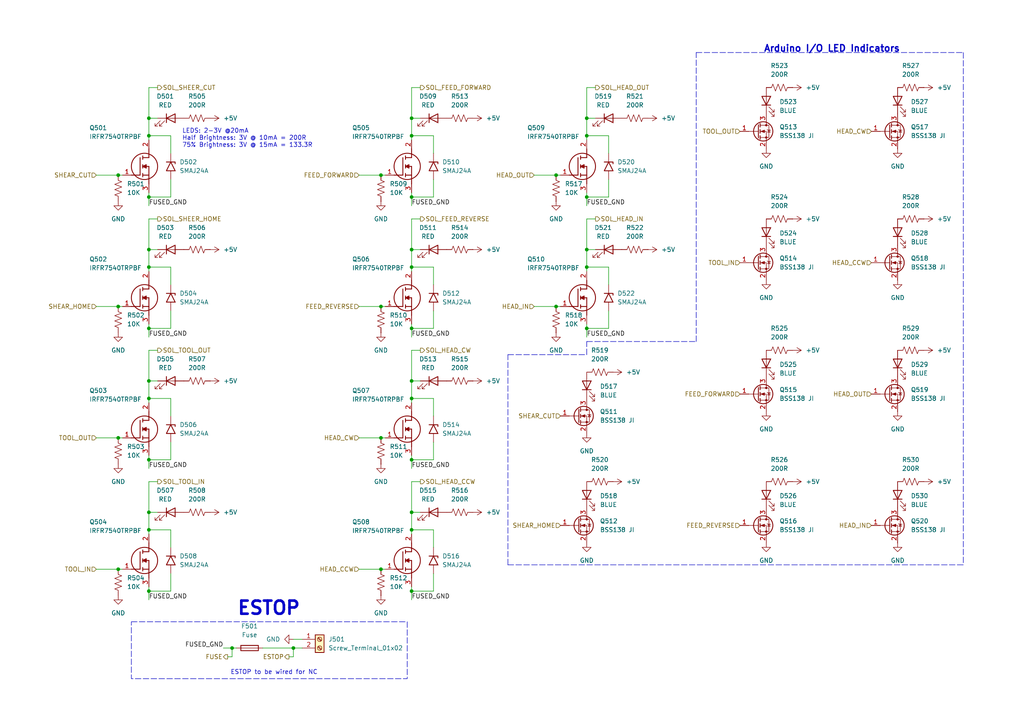
<source format=kicad_sch>
(kicad_sch (version 20231120) (generator "eeschema") (generator_version "8.0")
  (paper "A4")
  (title_block (title "MEP MAXI 85V-1 REV 2 Interface Board") (date "2024-12-08") (rev "X1") (company "McMillan Enterprises") (comment 1 "Firmware: John Gilcreast (johngilcreast@gmail.com)") (comment 2 "Hardware: Connor McMillan (connor@mcmillan.website)"))
  (junction (at 43.18 72.39))
  (junction (at 43.18 34.29))
  (junction (at 119.38 72.39))
  (junction (at 67.31 187.96))
  (junction (at 43.18 171.45))
  (junction (at 110.49 88.9))
  (junction (at 170.18 34.29))
  (junction (at 43.18 133.35))
  (junction (at 119.38 39.37))
  (junction (at 43.18 39.37))
  (junction (at 119.38 153.67))
  (junction (at 110.49 165.1))
  (junction (at 34.29 165.1))
  (junction (at 43.18 153.67))
  (junction (at 170.18 77.47))
  (junction (at 119.38 115.57))
  (junction (at 34.29 88.9))
  (junction (at 161.29 88.9))
  (junction (at 34.29 127))
  (junction (at 43.18 57.15))
  (junction (at 43.18 115.57))
  (junction (at 119.38 77.47))
  (junction (at 119.38 148.59))
  (junction (at 119.38 34.29))
  (junction (at 170.18 95.25))
  (junction (at 119.38 95.25))
  (junction (at 161.29 50.8))
  (junction (at 170.18 72.39))
  (junction (at 110.49 50.8))
  (junction (at 43.18 148.59))
  (junction (at 43.18 110.49))
  (junction (at 85.09 187.96))
  (junction (at 119.38 57.15))
  (junction (at 170.18 39.37))
  (junction (at 119.38 171.45))
  (junction (at 110.49 127))
  (junction (at 34.29 50.8))
  (junction (at 43.18 95.25))
  (junction (at 119.38 133.35))
  (junction (at 43.18 77.47))
  (junction (at 170.18 57.15))
  (junction (at 119.38 110.49))
  (wire (pts (xy 27.94 165.1) (xy 34.29 165.1)))
  (wire (pts (xy 43.18 95.25) (xy 43.18 97.79)))
  (wire (pts (xy 110.49 127) (xy 111.76 127)))
  (wire (pts (xy 119.38 57.15) (xy 119.38 59.69)))
  (wire (pts (xy 45.72 148.59) (xy 43.18 148.59)))
  (wire (pts (xy 49.53 153.67) (xy 43.18 153.67)))
  (wire (pts (xy 119.38 170.18) (xy 119.38 171.45)))
  (wire (pts (xy 154.94 88.9) (xy 161.29 88.9)))
  (wire (pts (xy 119.38 57.15) (xy 125.73 57.15)))
  (wire (pts (xy 119.38 25.4) (xy 119.38 34.29)))
  (wire (pts (xy 125.73 153.67) (xy 119.38 153.67)))
  (wire (pts (xy 125.73 52.07) (xy 125.73 57.15)))
  (wire (pts (xy 85.09 190.5) (xy 85.09 187.96)))
  (wire (pts (xy 67.31 187.96) (xy 67.31 190.5)))
  (wire (pts (xy 119.38 139.7) (xy 119.38 148.59)))
  (wire (pts (xy 176.53 52.07) (xy 176.53 57.15)))
  (wire (pts (xy 119.38 115.57) (xy 119.38 116.84)))
  (wire (pts (xy 119.38 153.67) (xy 119.38 154.94)))
  (wire (pts (xy 125.73 82.55) (xy 125.73 77.47)))
  (wire (pts (xy 43.18 139.7) (xy 43.18 148.59)))
  (wire (pts (xy 104.14 127) (xy 110.49 127)))
  (wire (pts (xy 170.18 72.39) (xy 170.18 77.47)))
  (wire (pts (xy 110.49 50.8) (xy 111.76 50.8)))
  (wire (pts (xy 161.29 88.9) (xy 162.56 88.9)))
  (wire (pts (xy 170.18 34.29) (xy 170.18 39.37)))
  (polyline (pts (xy 147.32 163.83) (xy 279.4 163.83)) (stroke (width 0) (type dash)))
  (wire (pts (xy 119.38 133.35) (xy 119.38 135.89)))
  (wire (pts (xy 45.72 72.39) (xy 43.18 72.39)))
  (wire (pts (xy 170.18 77.47) (xy 170.18 78.74)))
  (wire (pts (xy 119.38 34.29) (xy 119.38 39.37)))
  (wire (pts (xy 27.94 50.8) (xy 34.29 50.8)))
  (wire (pts (xy 125.73 166.37) (xy 125.73 171.45)))
  (wire (pts (xy 43.18 57.15) (xy 49.53 57.15)))
  (wire (pts (xy 43.18 63.5) (xy 43.18 72.39)))
  (wire (pts (xy 125.73 158.75) (xy 125.73 153.67)))
  (wire (pts (xy 43.18 77.47) (xy 43.18 78.74)))
  (wire (pts (xy 43.18 170.18) (xy 43.18 171.45)))
  (wire (pts (xy 43.18 95.25) (xy 49.53 95.25)))
  (wire (pts (xy 119.38 139.7) (xy 121.92 139.7)))
  (wire (pts (xy 170.18 95.25) (xy 170.18 97.79)))
  (wire (pts (xy 161.29 50.8) (xy 162.56 50.8)))
  (wire (pts (xy 119.38 148.59) (xy 119.38 153.67)))
  (wire (pts (xy 49.53 128.27) (xy 49.53 133.35)))
  (wire (pts (xy 170.18 63.5) (xy 170.18 72.39)))
  (wire (pts (xy 43.18 34.29) (xy 43.18 39.37)))
  (wire (pts (xy 43.18 25.4) (xy 43.18 34.29)))
  (wire (pts (xy 49.53 166.37) (xy 49.53 171.45)))
  (wire (pts (xy 43.18 39.37) (xy 43.18 40.64)))
  (wire (pts (xy 45.72 110.49) (xy 43.18 110.49)))
  (wire (pts (xy 83.82 190.5) (xy 85.09 190.5)))
  (wire (pts (xy 34.29 127) (xy 35.56 127)))
  (polyline (pts (xy 147.32 102.87) (xy 170.18 102.87)) (stroke (width 0) (type dash)))
  (wire (pts (xy 170.18 25.4) (xy 170.18 34.29)))
  (wire (pts (xy 49.53 77.47) (xy 43.18 77.47)))
  (wire (pts (xy 43.18 115.57) (xy 43.18 116.84)))
  (wire (pts (xy 176.53 77.47) (xy 170.18 77.47)))
  (wire (pts (xy 49.53 120.65) (xy 49.53 115.57)))
  (wire (pts (xy 43.18 171.45) (xy 49.53 171.45)))
  (wire (pts (xy 172.72 34.29) (xy 170.18 34.29)))
  (wire (pts (xy 49.53 39.37) (xy 43.18 39.37)))
  (wire (pts (xy 121.92 72.39) (xy 119.38 72.39)))
  (wire (pts (xy 43.18 133.35) (xy 49.53 133.35)))
  (wire (pts (xy 125.73 128.27) (xy 125.73 133.35)))
  (wire (pts (xy 49.53 52.07) (xy 49.53 57.15)))
  (wire (pts (xy 119.38 63.5) (xy 119.38 72.39)))
  (wire (pts (xy 27.94 88.9) (xy 34.29 88.9)))
  (wire (pts (xy 66.04 190.5) (xy 67.31 190.5)))
  (wire (pts (xy 125.73 77.47) (xy 119.38 77.47)))
  (wire (pts (xy 43.18 148.59) (xy 43.18 153.67)))
  (wire (pts (xy 119.38 39.37) (xy 119.38 40.64)))
  (wire (pts (xy 172.72 72.39) (xy 170.18 72.39)))
  (wire (pts (xy 43.18 55.88) (xy 43.18 57.15)))
  (wire (pts (xy 170.18 63.5) (xy 172.72 63.5)))
  (wire (pts (xy 119.38 55.88) (xy 119.38 57.15)))
  (wire (pts (xy 170.18 39.37) (xy 170.18 40.64)))
  (wire (pts (xy 104.14 50.8) (xy 110.49 50.8)))
  (wire (pts (xy 64.77 187.96) (xy 67.31 187.96)))
  (wire (pts (xy 170.18 57.15) (xy 170.18 59.69)))
  (wire (pts (xy 170.18 57.15) (xy 176.53 57.15)))
  (wire (pts (xy 43.18 110.49) (xy 43.18 115.57)))
  (wire (pts (xy 119.38 25.4) (xy 121.92 25.4)))
  (wire (pts (xy 176.53 39.37) (xy 170.18 39.37)))
  (wire (pts (xy 49.53 82.55) (xy 49.53 77.47)))
  (wire (pts (xy 43.18 133.35) (xy 43.18 135.89)))
  (polyline (pts (xy 201.93 15.24) (xy 279.4 15.24)) (stroke (width 0) (type dash)))
  (wire (pts (xy 119.38 95.25) (xy 119.38 97.79)))
  (wire (pts (xy 125.73 44.45) (xy 125.73 39.37)))
  (wire (pts (xy 170.18 25.4) (xy 172.72 25.4)))
  (wire (pts (xy 170.18 95.25) (xy 176.53 95.25)))
  (wire (pts (xy 110.49 165.1) (xy 111.76 165.1)))
  (wire (pts (xy 119.38 171.45) (xy 119.38 173.99)))
  (wire (pts (xy 119.38 171.45) (xy 125.73 171.45)))
  (wire (pts (xy 125.73 120.65) (xy 125.73 115.57)))
  (wire (pts (xy 176.53 90.17) (xy 176.53 95.25)))
  (wire (pts (xy 119.38 133.35) (xy 125.73 133.35)))
  (wire (pts (xy 85.09 187.96) (xy 87.63 187.96)))
  (wire (pts (xy 104.14 88.9) (xy 110.49 88.9)))
  (wire (pts (xy 121.92 110.49) (xy 119.38 110.49)))
  (wire (pts (xy 176.53 82.55) (xy 176.53 77.47)))
  (wire (pts (xy 119.38 93.98) (xy 119.38 95.25)))
  (wire (pts (xy 119.38 95.25) (xy 125.73 95.25)))
  (polyline (pts (xy 201.93 99.06) (xy 201.93 15.24)) (stroke (width 0) (type dash)))
  (polyline (pts (xy 170.18 102.87) (xy 170.18 99.06)) (stroke (width 0) (type dash)))
  (wire (pts (xy 76.2 187.96) (xy 85.09 187.96)))
  (wire (pts (xy 43.18 25.4) (xy 45.72 25.4)))
  (wire (pts (xy 104.14 165.1) (xy 110.49 165.1)))
  (wire (pts (xy 34.29 50.8) (xy 35.56 50.8)))
  (wire (pts (xy 119.38 110.49) (xy 119.38 115.57)))
  (wire (pts (xy 49.53 44.45) (xy 49.53 39.37)))
  (wire (pts (xy 49.53 115.57) (xy 43.18 115.57)))
  (wire (pts (xy 43.18 72.39) (xy 43.18 77.47)))
  (wire (pts (xy 49.53 158.75) (xy 49.53 153.67)))
  (wire (pts (xy 34.29 165.1) (xy 35.56 165.1)))
  (wire (pts (xy 43.18 63.5) (xy 45.72 63.5)))
  (wire (pts (xy 43.18 139.7) (xy 45.72 139.7)))
  (polyline (pts (xy 147.32 163.83) (xy 147.32 102.87)) (stroke (width 0) (type dash)))
  (wire (pts (xy 43.18 93.98) (xy 43.18 95.25)))
  (wire (pts (xy 43.18 101.6) (xy 43.18 110.49)))
  (wire (pts (xy 170.18 55.88) (xy 170.18 57.15)))
  (wire (pts (xy 119.38 63.5) (xy 121.92 63.5)))
  (wire (pts (xy 119.38 101.6) (xy 119.38 110.49)))
  (wire (pts (xy 119.38 72.39) (xy 119.38 77.47)))
  (wire (pts (xy 85.09 185.42) (xy 87.63 185.42)))
  (wire (pts (xy 27.94 127) (xy 34.29 127)))
  (wire (pts (xy 119.38 132.08) (xy 119.38 133.35)))
  (wire (pts (xy 43.18 132.08) (xy 43.18 133.35)))
  (wire (pts (xy 119.38 101.6) (xy 121.92 101.6)))
  (wire (pts (xy 34.29 88.9) (xy 35.56 88.9)))
  (wire (pts (xy 110.49 88.9) (xy 111.76 88.9)))
  (wire (pts (xy 121.92 148.59) (xy 119.38 148.59)))
  (wire (pts (xy 125.73 115.57) (xy 119.38 115.57)))
  (wire (pts (xy 170.18 93.98) (xy 170.18 95.25)))
  (wire (pts (xy 43.18 153.67) (xy 43.18 154.94)))
  (wire (pts (xy 125.73 39.37) (xy 119.38 39.37)))
  (polyline (pts (xy 279.4 15.24) (xy 279.4 163.83)) (stroke (width 0) (type dash)))
  (wire (pts (xy 43.18 171.45) (xy 43.18 173.99)))
  (wire (pts (xy 121.92 34.29) (xy 119.38 34.29)))
  (wire (pts (xy 125.73 90.17) (xy 125.73 95.25)))
  (wire (pts (xy 45.72 34.29) (xy 43.18 34.29)))
  (wire (pts (xy 43.18 57.15) (xy 43.18 59.69)))
  (wire (pts (xy 67.31 187.96) (xy 68.58 187.96)))
  (wire (pts (xy 119.38 77.47) (xy 119.38 78.74)))
  (wire (pts (xy 154.94 50.8) (xy 161.29 50.8)))
  (polyline (pts (xy 170.18 99.06) (xy 201.93 99.06)) (stroke (width 0) (type dash)))
  (wire (pts (xy 43.18 101.6) (xy 45.72 101.6)))
  (wire (pts (xy 176.53 44.45) (xy 176.53 39.37)))
  (wire (pts (xy 49.53 90.17) (xy 49.53 95.25)))
  (polyline (pts (xy 275.5728 179.1652) (xy 275.6046 179.1666) (xy 275.636 179.169) (xy 275.6671 179.1724) (xy 275.6977 179.1767) (xy 275.7279 179.1819) (xy 275.7575 179.188) (xy 275.7864 179.1951) (xy 275.8147 179.203) (xy 275.8423 179.2118) (xy 275.8691 179.2214) (xy 275.895 179.2319) (xy 275.92 179.2432) (xy 275.944 179.2554) (xy 275.9669 179.2684) (xy 275.9888 179.2822) (xy 275.9092 179.4454) (xy 275.8894 179.432) (xy 275.869 179.4195) (xy 275.8479 179.4078) (xy 275.8262 179.3969) (xy 275.804 179.3869) (xy 275.7812 179.3778) (xy 275.7579 179.3695) (xy 275.7342 179.3621) (xy 275.71 179.3555) (xy 275.6854 179.3498) (xy 275.6604 179.345) (xy 275.635 179.341) (xy 275.6094 179.3379) (xy 275.5834 179.3357) (xy 275.5572 179.3344) (xy 275.5308 179.334) (xy 275.4889 179.3351) (xy 275.449 179.3384) (xy 275.4112 179.3439) (xy 275.3757 179.3515) (xy 275.3425 179.3611) (xy 275.3118 179.3726) (xy 275.2835 179.386) (xy 275.2578 179.4011) (xy 275.2348 179.418) (xy 275.2243 179.4271) (xy 275.2146 179.4366) (xy 275.2055 179.4465) (xy 275.1972 179.4567) (xy 275.1896 179.4674) (xy 275.1828 179.4784) (xy 275.1767 179.4898) (xy 275.1714 179.5015) (xy 275.1669 179.5136) (xy 275.1632 179.526) (xy 275.1603 179.5387) (xy 275.1582 179.5518) (xy 275.1569 179.5652) (xy 275.1565 179.5788) (xy 275.1585 179.605) (xy 275.1645 179.6289) (xy 275.1742 179.6506) (xy 275.1872 179.6703) (xy 275.2034 179.6882) (xy 275.2225 179.7045) (xy 275.2441 179.7193) (xy 275.2682 179.7329) (xy 275.2943 179.7454) (xy 275.3223 179.757) (xy 275.3827 179.7783) (xy 275.5139 179.8183) (xy 275.5806 179.8398) (xy 275.6452 179.8644) (xy 275.676 179.8782) (xy 275.7055 179.8934) (xy 275.7335 179.91) (xy 275.7596 179.9283) (xy 275.7837 179.9484) (xy 275.8054 179.9706) (xy 275.8244 179.995) (xy 275.8406 180.0217) (xy 275.8537 180.0511) (xy 275.8633 180.0831) (xy 275.8693 180.1182) (xy 275.8713 180.1563) (xy 275.8706 180.1814) (xy 275.8685 180.2058) (xy 275.865 180.2296) (xy 275.8602 180.2527) (xy 275.8541 180.2751) (xy 275.8466 180.2969) (xy 275.8379 180.318) (xy 275.828 180.3384) (xy 275.8168 180.358) (xy 275.8044 180.377) (xy 275.7909 180.3952) (xy 275.7762 180.4126) (xy 275.7604 180.4294) (xy 275.7435 180.4453) (xy 275.7256 180.4605) (xy 275.7066 180.4749) (xy 275.6865 180.4885) (xy 275.6655 180.5013) (xy 275.6436 180.5133) (xy 275.6207 180.5244) (xy 275.5969 180.5348) (xy 275.5722 180.5443) (xy 275.5466 180.5529) (xy 275.5202 180.5606) (xy 275.493 180.5675) (xy 275.465 180.5735) (xy 275.4362 180.5786) (xy 275.4067 180.5828) (xy 275.3765 180.5861) (xy 275.3456 180.5885) (xy 275.3141 180.5899) (xy 275.2819 180.5904) (xy 275.2421 180.5895) (xy 275.2025 180.587) (xy 275.1634 180.583) (xy 275.1248 180.5774) (xy 275.087 180.5704) (xy 275.05 180.562) (xy 275.0141 180.5524) (xy 274.9793 180.5416) (xy 274.9458 180.5297) (xy 274.9138 180.5167) (xy 274.8833 180.5027) (xy 274.8546 180.4879) (xy 274.8278 180.4722) (xy 274.8031 180.4558) (xy 274.7805 180.4388) (xy 274.7602 180.4211) (xy 274.8478 180.2618) (xy 274.8684 180.2797) (xy 274.8905 180.2967) (xy 274.9139 180.3127) (xy 274.9386 180.3279) (xy 274.9646 180.342) (xy 274.9916 180.3551) (xy 275.0196 180.3671) (xy 275.0485 180.3781) (xy 275.0782 180.3878) (xy 275.1085 180.3964) (xy 275.1395 180.4038) (xy 275.171 180.4099) (xy 275.2029 180.4148) (xy 275.235 180.4183) (xy 275.2674 180.4204) (xy 275.2998 180.4211) (xy 275.3411 180.4201) (xy 275.3806 180.4171) (xy 275.4181 180.4122) (xy 275.4536 180.4054) (xy 275.4868 180.3966) (xy 275.5178 180.386) (xy 275.5463 180.3736) (xy 275.5724 180.3594) (xy 275.5958 180.3434) (xy 275.6064 180.3347) (xy 275.6164 180.3256) (xy 275.6257 180.3161) (xy 275.6342 180.3062) (xy 275.642 180.2958) (xy 275.649 180.285) (xy 275.6552 180.2738) (xy 275.6607 180.2622) (xy 275.6654 180.2502) (xy 275.6692 180.2378) (xy 275.6722 180.225) (xy 275.6744 180.2117) (xy 275.6757 180.1981) (xy 275.6762 180.1841) (xy 275.6741 180.1581) (xy 275.6681 180.1345) (xy 275.6585 180.1131) (xy 275.6454 180.0937) (xy 275.6293 180.0762) (xy 275.6102 180.0602) (xy 275.5885 180.0457) (xy 275.5645 180.0324) (xy 275.5383 180.0203) (xy 275.5104 180.0089) (xy 275.45 179.9881) (xy 275.3188 179.9487) (xy 275.2521 179.927) (xy 275.1875 179.902) (xy 275.1567 179.8877) (xy 275.1272 179.8721) (xy 275.0992 179.8548) (xy 275.0731 179.8358) (xy 275.049 179.8148) (xy 275.0274 179.7917) (xy 275.0083 179.7662) (xy 274.9921 179.7381) (xy 274.9791 179.7073) (xy 274.9694 179.6736) (xy 274.9634 179.6368) (xy 274.9614 179.5967) (xy 274.9621 179.572) (xy 274.9642 179.5479) (xy 274.9676 179.5244) (xy 274.9723 179.5016) (xy 274.9784 179.4793) (xy 274.9857 179.4578) (xy 274.9942 179.4369) (xy 275.004 179.4167) (xy 275.015 179.3971) (xy 275.0272 179.3783) (xy 275.0405 179.3602) (xy 275.0549 179.3428) (xy 275.0705 179.3261) (xy 275.0871 179.3102) (xy 275.1047 179.295) (xy 275.1234 179.2806) (xy 275.1431 179.267) (xy 275.1637 179.2542) (xy 275.1853 179.2422) (xy 275.2078 179.231) (xy 275.2312 179.2207) (xy 275.2555 179.2111) (xy 275.2807 179.2025) (xy 275.3066 179.1947) (xy 275.3334 179.1877) (xy 275.3609 179.1817) (xy 275.3892 179.1765) (xy 275.4181 179.1723) (xy 275.4478 179.169) (xy 275.4782 179.1666) (xy 275.5092 179.1651) (xy 275.5408 179.1647) (xy 275.5728 179.1652)) (stroke (width -0.0001) (type solid)) (fill (type outline)))
  (polyline (pts (xy 265.1914 179.1824) (xy 265.2473 179.1876) (xy 265.2999 179.1961) (xy 265.349 179.208) (xy 265.3723 179.2152) (xy 265.3946 179.2232) (xy 265.4161 179.2319) (xy 265.4367 179.2415) (xy 265.4563 179.2519) (xy 265.475 179.263) (xy 265.4928 179.275) (xy 265.5097 179.2876) (xy 265.5256 179.3011) (xy 265.5405 179.3153) (xy 265.5545 179.3302) (xy 265.5675 179.3459) (xy 265.5795 179.3623) (xy 265.5905 179.3794) (xy 265.6005 179.3973) (xy 265.6095 179.4158) (xy 265.6175 179.4351) (xy 265.6244 179.455) (xy 265.6303 179.4756) (xy 265.6351 179.497) (xy 265.6389 179.5189) (xy 265.6416 179.5416) (xy 265.6433 179.5649) (xy 265.6438 179.5888) (xy 265.6431 179.6218) (xy 265.6409 179.6539) (xy 265.6373 179.6851) (xy 265.6323 179.7154) (xy 265.6258 179.7447) (xy 265.618 179.7732) (xy 265.6089 179.8007) (xy 265.5983 179.8272) (xy 265.5865 179.8528) (xy 265.5734 179.8774) (xy 265.5589 179.9011) (xy 265.5432 179.9237) (xy 265.5263 179.9454) (xy 265.5081 179.966) (xy 265.4887 179.9856) (xy 265.4681 180.0042) (xy 265.4464 180.0217) (xy 265.4234 180.0382) (xy 265.3993 180.0536) (xy 265.3742 180.068) (xy 265.3478 180.0812) (xy 265.3205 180.0934) (xy 265.292 180.1044) (xy 265.2625 180.1144) (xy 265.2319 180.1232) (xy 265.2004 180.1308) (xy 265.1678 180.1373) (xy 265.1343 180.1427) (xy 265.0998 180.1469) (xy 265.0644 180.1499) (xy 265.028 180.1517) (xy 264.9908 180.1523) (xy 264.6184 180.1523) (xy 264.5347 180.5744) (xy 264.3357 180.5744) (xy 264.4548 179.979) (xy 264.6543 179.979) (xy 264.9947 179.979) (xy 265.0467 179.9775) (xy 265.0958 179.9731) (xy 265.142 179.9657) (xy 265.1852 179.9553) (xy 265.2056 179.949) (xy 265.2253 179.942) (xy 265.2442 179.9343) (xy 265.2623 179.9258) (xy 265.2796 179.9166) (xy 265.296 179.9067) (xy 265.3117 179.8961) (xy 265.3265 179.8847) (xy 265.3405 179.8726) (xy 265.3537 179.8599) (xy 265.366 179.8464) (xy 265.3775 179.8321) (xy 265.388 179.8172) (xy 265.3977 179.8016) (xy 265.4066 179.7853) (xy 265.4145 179.7682) (xy 265.4215 179.7505) (xy 265.4276 179.732) (xy 265.4328 179.7129) (xy 265.4371 179.693) (xy 265.4404 179.6725) (xy 265.4428 179.6513) (xy 265.4443 179.6293) (xy 265.4448 179.6067) (xy 265.4444 179.5913) (xy 265.4434 179.5763) (xy 265.4416 179.5618) (xy 265.4392 179.5478) (xy 265.4361 179.5343) (xy 265.4323 179.5213) (xy 265.4279 179.5087) (xy 265.4228 179.4967) (xy 265.417 179.4851) (xy 265.4106 179.474) (xy 265.4035 179.4633) (xy 265.3958 179.4532) (xy 265.3875 179.4436) (xy 265.3785 179.4344) (xy 265.3689 179.4258) (xy 265.3586 179.4176) (xy 265.3478 179.4099) (xy 265.3363 179.4027) (xy 265.3242 179.396) (xy 265.3115 179.3898) (xy 265.2983 179.3841) (xy 265.2844 179.3788) (xy 265.2699 179.3741) (xy 265.2549 179.3699) (xy 265.2393 179.3661) (xy 265.2231 179.3629) (xy 265.2063 179.3601) (xy 265.189 179.3579) (xy 265.1711 179.3561) (xy 265.1527 179.3549) (xy 265.1338 179.3541) (xy 265.1142 179.3539) (xy 264.7797 179.3539) (xy 264.6543 179.979) (xy 264.4548 179.979) (xy 264.6144 179.1806) (xy 265.1321 179.1806) (xy 265.1914 179.1824)) (stroke (width -0.0001) (type solid)) (fill (type outline)))
  (polyline (pts (xy 254.1996 179.3539) (xy 253.413 179.3539) (xy 253.3274 179.7819) (xy 254.0283 179.7819) (xy 253.9945 179.9512) (xy 253.2936 179.9512) (xy 253.204 180.4012) (xy 254.0183 180.4012) (xy 253.9845 180.5744) (xy 252.971 180.5744) (xy 253.2498 179.1806) (xy 254.2334 179.1806) (xy 254.1996 179.3539)) (stroke (width -0.0001) (type solid)) (fill (type outline)))
  (polyline (pts (xy 256.6531 173.6517) (xy 256.792 173.6609) (xy 256.927 173.6761) (xy 257.0578 173.6973) (xy 257.1842 173.7245) (xy 257.306 173.7576) (xy 257.4229 173.7964) (xy 257.5346 173.8411) (xy 257.6411 173.8914) (xy 257.742 173.9475) (xy 257.8371 174.0091) (xy 257.9261 174.0762) (xy 258.0089 174.1489) (xy 258.0851 174.227) (xy 258.1546 174.3104) (xy 258.2171 174.3992) (xy 257.6141 174.9061) (xy 257.5667 174.8441) (xy 257.516 174.7858) (xy 257.462 174.7312) (xy 257.4337 174.7054) (xy 257.4046 174.6804) (xy 257.3747 174.6564) (xy 257.3439 174.6334) (xy 257.3123 174.6113) (xy 257.2799 174.5902) (xy 257.2466 174.57) (xy 257.2125 174.5509) (xy 257.1775 174.5327) (xy 257.1417 174.5155) (xy 257.0675 174.4841) (xy 256.99 174.4568) (xy 256.909 174.4335) (xy 256.8246 174.4143) (xy 256.7368 174.3994) (xy 256.6456 174.3886) (xy 256.5509 174.3821) (xy 256.4528 174.38) (xy 256.3464 174.3825) (xy 256.2426 174.3899) (xy 256.1414 174.4022) (xy 256.0429 174.4192) (xy 255.9471 174.4408) (xy 255.8541 174.4668) (xy 255.7639 174.4972) (xy 255.6766 174.5317) (xy 255.5923 174.5704) (xy 255.5109 174.613) (xy 255.4326 174.6594) (xy 255.3574 174.7095) (xy 255.2854 174.7632) (xy 255.2166 174.8203) (xy 255.151 174.8808) (xy 255.0887 174.9445) (xy 255.0298 175.0113) (xy 254.9743 175.0811) (xy 254.9223 175.1536) (xy 254.8738 175.2289) (xy 254.8289 175.3068) (xy 254.7876 175.3871) (xy 254.75 175.4697) (xy 254.7161 175.5546) (xy 254.686 175.6416) (xy 254.6598 175.7305) (xy 254.6374 175.8212) (xy 254.619 175.9137) (xy 254.6046 176.0078) (xy 254.5942 176.1033) (xy 254.588 176.2001) (xy 254.5859 176.2982) (xy 254.5873 176.3672) (xy 254.5916 176.4348) (xy 254.5987 176.5007) (xy 254.6086 176.5651) (xy 254.6214 176.6278) (xy 254.6369 176.6888) (xy 254.6553 176.7481) (xy 254.6764 176.8057) (xy 254.7003 176.8614) (xy 254.727 176.9152) (xy 254.7564 176.9671) (xy 254.7885 177.0171) (xy 254.8234 177.065) (xy 254.861 177.1109) (xy 254.9013 177.1547) (xy 254.9443 177.1964) (xy 254.99 177.2359) (xy 255.0384 177.2732) (xy 255.0895 177.3082) (xy 255.1432 177.3409) (xy 255.1995 177.3712) (xy 255.2585 177.3992) (xy 255.3201 177.4247) (xy 255.3843 177.4477) (xy 255.4511 177.4681) (xy 255.5205 177.486) (xy 255.5925 177.5012) (xy 255.6671 177.5138) (xy 255.7442 177.5236) (xy 255.8239 177.5307) (xy 255.9062 177.535) (xy 255.9909 177.5365) (xy 256.084 177.5345) (xy 256.1755 177.5286) (xy 256.2654 177.5188) (xy 256.3537 177.5049) (xy 256.4403 177.487) (xy 256.5251 177.4651) (xy 256.6082 177.4391) (xy 256.6894 177.4089) (xy 256.7688 177.3747) (xy 256.8462 177.3363) (xy 256.9216 177.2937) (xy 256.995 177.2468) (xy 257.0664 177.1958) (xy 257.1356 177.1404) (xy 257.2027 177.0808) (xy 257.2676 177.0168) (xy 257.7551 177.5428) (xy 257.6709 177.6334) (xy 257.5818 177.7177) (xy 257.4882 177.7956) (xy 257.3901 177.8672) (xy 257.2877 177.9327) (xy 257.1811 177.9921) (xy 257.0707 178.0455) (xy 256.9564 178.093) (xy 256.8386 178.1346) (xy 256.7173 178.1704) (xy 256.5927 178.2005) (xy 256.465 178.2249) (xy 256.3344 178.2438) (xy 256.2011 178.2572) (xy 256.0651 178.2652) (xy 255.9267 178.2678) (xy 255.8002 178.2655) (xy 255.677 178.2588) (xy 255.5572 178.2475) (xy 255.4407 178.232) (xy 255.3276 178.2121) (xy 255.218 178.1881) (xy 255.1119 178.16) (xy 255.0094 178.1278) (xy 254.9105 178.0916) (xy 254.8153 178.0516) (xy 254.7238 178.0078) (xy 254.636 177.9603) (xy 254.5521 177.9091) (xy 254.472 177.8544) (xy 254.3959 177.7961) (xy 254.3236 177.7345) (xy 254.2554 177.6696) (xy 254.1913 177.6014) (xy 254.1312 177.53) (xy 254.0753 177.4555) (xy 254.0236 177.378) (xy 253.9761 177.2976) (xy 253.933 177.2144) (xy 253.8941 177.1283) (xy 253.8597 177.0396) (xy 253.8297 176.9482) (xy 253.8041 176.8543) (xy 253.7831 176.758) (xy 253.7667 176.6592) (xy 253.7549 176.5582) (xy 253.7478 176.4549) (xy 253.7455 176.3495) (xy 253.7487 176.208) (xy 253.7582 176.0686) (xy 253.774 175.9316) (xy 253.7959 175.7969) (xy 253.8238 175.6649) (xy 253.8577 175.5357) (xy 253.8974 175.4093) (xy 253.9429 175.2861) (xy 253.9941 175.166) (xy 254.0508 175.0494) (xy 254.113 174.9362) (xy 254.1805 174.8268) (xy 254.2534 174.7212) (xy 254.3314 174.6195) (xy 254.4144 174.5221) (xy 254.5025 174.4289) (xy 254.5954 174.3402) (xy 254.6932 174.2561) (xy 254.7956 174.1767) (xy 254.9026 174.1023) (xy 255.0142 174.0329) (xy 255.1301 173.9688) (xy 255.2504 173.91) (xy 255.3748 173.8568) (xy 255.5034 173.8093) (xy 255.636 173.7676) (xy 255.7725 173.7319) (xy 255.9128 173.7023) (xy 256.0569 173.679) (xy 256.2046 173.6622) (xy 256.3559 173.652) (xy 256.5106 173.6486) (xy 256.6531 173.6517)) (stroke (width -0.0001) (type solid)) (fill (type outline)))
  (polyline (pts (xy 256.011 168.6966) (xy 257.8637 167.3518) (xy 256.5188 169.2045) (xy 258.7799 169.5636) (xy 256.5188 169.9227) (xy 257.8637 171.7755) (xy 256.011 170.4306) (xy 255.6519 172.6916) (xy 255.2928 170.4306) (xy 253.44 171.7755) (xy 254.7849 169.9227) (xy 252.5239 169.5636) (xy 254.7849 169.2045) (xy 253.44 167.3518) (xy 255.2928 168.6966) (xy 255.6519 166.4356) (xy 256.011 168.6966)) (stroke (width -0.0001) (type solid)) (fill (type outline)))
  (polyline (pts (xy 267.3842 173.7128) (xy 268.2181 173.7128) (xy 267.4611 177.498) (xy 269.8092 177.498) (xy 269.6681 178.2036) (xy 266.4859 178.2036) (xy 267.3842 173.7128) (xy 267.3842 173.7128)) (stroke (width -0.0001) (type solid)) (fill (type outline)))
  (polyline (pts (xy 269.1855 180.5744) (xy 268.9863 180.5744) (xy 269.2651 179.1806) (xy 269.4642 179.1806) (xy 269.1855 180.5744)) (stroke (width -0.0001) (type solid)) (fill (type outline)))
  (polyline (pts (xy 278.4314 178.2036) (xy 277.6038 178.2036) (xy 277.3664 177.1643) (xy 275.1081 177.1643) (xy 274.4602 178.2036) (xy 273.5684 178.2036) (xy 274.6693 176.5099) (xy 275.5187 176.5099) (xy 277.2124 176.5099) (xy 276.7569 174.5339) (xy 275.5187 176.5099) (xy 274.6693 176.5099) (xy 276.4875 173.7128) (xy 277.3151 173.7128) (xy 278.4314 178.2036)) (stroke (width -0.0001) (type solid)) (fill (type outline)))
  (polyline (pts (xy 256.2631 180.2538) (xy 256.4761 179.1806) (xy 256.6752 179.1806) (xy 256.3965 180.5744) (xy 256.2332 180.5744) (xy 255.6099 179.5012) (xy 255.3968 180.5744) (xy 255.1978 180.5744) (xy 255.4765 179.1806) (xy 255.6398 179.1806) (xy 256.2631 180.2538)) (stroke (width -0.0001) (type solid)) (fill (type outline)))
  (polyline (pts (xy 265.3378 173.7128) (xy 266.1718 173.7128) (xy 265.2736 178.2036) (xy 264.4395 178.2036) (xy 265.3378 173.7128) (xy 265.3378 173.7128)) (stroke (width -0.0001) (type solid)) (fill (type outline)))
  (polyline (pts (xy 271.2269 173.7128) (xy 272.0609 173.7128) (xy 271.3039 177.498) (xy 273.652 177.498) (xy 273.5108 178.2036) (xy 270.3287 178.2036) (xy 271.2269 173.7128) (xy 271.2269 173.7128)) (stroke (width -0.0001) (type solid)) (fill (type outline)))
  (rectangle (start 38.1 180.34) (end 118.11 196.85) (stroke (width 0) (type dash)))
  (polyline (pts (xy 273.8536 179.3539) (xy 273.0671 179.3539) (xy 272.9815 179.7819) (xy 273.6824 179.7819) (xy 273.6485 179.9512) (xy 272.9476 179.9512) (xy 272.858 180.4012) (xy 273.6724 180.4012) (xy 273.6386 180.5744) (xy 272.6251 180.5744) (xy 272.9038 179.1806) (xy 273.8875 179.1806) (xy 273.8536 179.3539)) (stroke (width -0.0001) (type solid)) (fill (type outline)))
  (polyline (pts (xy 262.8534 179.1824) (xy 262.9097 179.1876) (xy 262.9625 179.1961) (xy 263.0119 179.208) (xy 263.0352 179.2152) (xy 263.0577 179.2232) (xy 263.0793 179.2319) (xy 263.0999 179.2415) (xy 263.1196 179.2519) (xy 263.1384 179.263) (xy 263.1563 179.275) (xy 263.1732 179.2876) (xy 263.1891 179.3011) (xy 263.2041 179.3153) (xy 263.2181 179.3302) (xy 263.2312 179.3459) (xy 263.2432 179.3623) (xy 263.2542 179.3794) (xy 263.2642 179.3973) (xy 263.2733 179.4158) (xy 263.2812 179.4351) (xy 263.2882 179.455) (xy 263.2941 179.4756) (xy 263.2989 179.497) (xy 263.3027 179.5189) (xy 263.3054 179.5416) (xy 263.3071 179.5649) (xy 263.3076 179.5888) (xy 263.3058 179.6397) (xy 263.3035 179.6643) (xy 263.3004 179.6883) (xy 263.2964 179.7119) (xy 263.2915 179.7348) (xy 263.2858 179.7573) (xy 263.2792 179.7791) (xy 263.2718 179.8004) (xy 263.2636 179.8211) (xy 263.2545 179.8412) (xy 263.2446 179.8608) (xy 263.2339 179.8798) (xy 263.2224 179.8981) (xy 263.2101 179.9159) (xy 263.1971 179.933) (xy 263.1833 179.9496) (xy 263.1687 179.9655) (xy 263.1533 179.9808) (xy 263.1372 179.9955) (xy 263.1204 180.0095) (xy 263.1029 180.0229) (xy 263.0846 180.0356) (xy 263.0656 180.0477) (xy 263.0256 180.07) (xy 262.9829 180.0895) (xy 262.9374 180.1063) (xy 262.8894 180.1204) (xy 263.1443 180.5744) (xy 262.9333 180.5744) (xy 262.6904 180.1483) (xy 262.2801 180.1483) (xy 262.1965 180.5744) (xy 261.9954 180.5744) (xy 262.1145 179.979) (xy 262.314 179.979) (xy 262.6585 179.979) (xy 262.7105 179.9775) (xy 262.7596 179.9731) (xy 262.8057 179.9657) (xy 262.8489 179.9553) (xy 262.8694 179.949) (xy 262.889 179.942) (xy 262.9079 179.9343) (xy 262.926 179.9258) (xy 262.9433 179.9166) (xy 262.9598 179.9067) (xy 262.9754 179.8961) (xy 262.9903 179.8847) (xy 263.0043 179.8726) (xy 263.0174 179.8599) (xy 263.0297 179.8464) (xy 263.0412 179.8321) (xy 263.0517 179.8172) (xy 263.0615 179.8016) (xy 263.0703 179.7853) (xy 263.0782 179.7682) (xy 263.0852 179.7505) (xy 263.0913 179.732) (xy 263.0965 179.7129) (xy 263.1008 179.693) (xy 263.1042 179.6725) (xy 263.1065 179.6513) (xy 263.108 179.6293) (xy 263.1085 179.6067) (xy 263.1081 179.5913) (xy 263.1071 179.5763) (xy 263.1053 179.5618) (xy 263.1029 179.5478) (xy 263.0998 179.5343) (xy 263.096 179.5213) (xy 263.0916 179.5087) (xy 263.0865 179.4967) (xy 263.0807 179.4851) (xy 263.0743 179.474) (xy 263.0672 179.4633) (xy 263.0594 179.4532) (xy 263.0511 179.4436) (xy 263.042 179.4344) (xy 263.0324 179.4258) (xy 263.0221 179.4176) (xy 263.0112 179.4099) (xy 262.9997 179.4027) (xy 262.9875 179.396) (xy 262.9748 179.3898) (xy 262.9614 179.3841) (xy 262.9475 179.3788) (xy 262.9329 179.3741) (xy 262.9178 179.3699) (xy 262.9021 179.3661) (xy 262.8857 179.3629) (xy 262.8689 179.3601) (xy 262.8514 179.3579) (xy 262.8334 179.3561) (xy 262.8148 179.3549) (xy 262.7956 179.3541) (xy 262.7759 179.3539) (xy 262.4394 179.3539) (xy 262.314 179.979) (xy 262.1145 179.979) (xy 262.2742 179.1806) (xy 262.7938 179.1806) (xy 262.8534 179.1824)) (stroke (width -0.0001) (type solid)) (fill (type outline)))
  (polyline (pts (xy 258.902 179.3539) (xy 258.4261 179.3539) (xy 258.1812 180.5744) (xy 257.9841 180.5744) (xy 258.227 179.3539) (xy 257.7511 179.3539) (xy 257.785 179.1806) (xy 258.9379 179.1806) (xy 258.902 179.3539)) (stroke (width -0.0001) (type solid)) (fill (type outline)))
  (polyline (pts (xy 271.217 179.1652) (xy 271.2487 179.1666) (xy 271.2802 179.169) (xy 271.3112 179.1724) (xy 271.3419 179.1767) (xy 271.372 179.1819) (xy 271.4016 179.188) (xy 271.4306 179.1951) (xy 271.4589 179.203) (xy 271.4865 179.2118) (xy 271.5132 179.2214) (xy 271.5391 179.2319) (xy 271.5641 179.2432) (xy 271.5881 179.2554) (xy 271.6111 179.2684) (xy 271.6329 179.2822) (xy 271.5533 179.4454) (xy 271.5335 179.432) (xy 271.5131 179.4195) (xy 271.492 179.4078) (xy 271.4704 179.3969) (xy 271.4481 179.3869) (xy 271.4254 179.3778) (xy 271.4021 179.3695) (xy 271.3783 179.3621) (xy 271.3541 179.3555) (xy 271.3295 179.3498) (xy 271.3045 179.345) (xy 271.2792 179.341) (xy 271.2535 179.3379) (xy 271.2276 179.3357) (xy 271.2014 179.3344) (xy 271.175 179.334) (xy 271.133 179.3351) (xy 271.0931 179.3384) (xy 271.0554 179.3439) (xy 271.0199 179.3515) (xy 270.9867 179.3611) (xy 270.9559 179.3726) (xy 270.9276 179.386) (xy 270.9019 179.4011) (xy 270.8789 179.418) (xy 270.8685 179.4271) (xy 270.8587 179.4366) (xy 270.8497 179.4465) (xy 270.8413 179.4567) (xy 270.8338 179.4674) (xy 270.8269 179.4784) (xy 270.8209 179.4898) (xy 270.8156 179.5015) (xy 270.811 179.5136) (xy 270.8073 179.526) (xy 270.8044 179.5387) (xy 270.8023 179.5518) (xy 270.8011 179.5652) (xy 270.8006 179.5788) (xy 270.8027 179.605) (xy 270.8087 179.6289) (xy 270.8183 179.6506) (xy 270.8314 179.6703) (xy 270.8475 179.6882) (xy 270.8666 179.7045) (xy 270.8883 179.7193) (xy 270.9123 179.7329) (xy 270.9385 179.7454) (xy 270.9664 179.757) (xy 271.0268 179.7783) (xy 271.1581 179.8183) (xy 271.2247 179.8398) (xy 271.2893 179.8644) (xy 271.3201 179.8782) (xy 271.3497 179.8934) (xy 271.3776 179.91) (xy 271.4038 179.9283) (xy 271.4278 179.9484) (xy 271.4495 179.9706) (xy 271.4686 179.995) (xy 271.4848 180.0217) (xy 271.4978 180.0511) (xy 271.5074 180.0831) (xy 271.5134 180.1182) (xy 271.5155 180.1563) (xy 271.5148 180.1814) (xy 271.5127 180.2058) (xy 271.5092 180.2296) (xy 271.5044 180.2527) (xy 271.4982 180.2751) (xy 271.4908 180.2969) (xy 271.4821 180.318) (xy 271.4721 180.3384) (xy 271.4609 180.358) (xy 271.4486 180.377) (xy 271.435 180.3952) (xy 271.4203 180.4126) (xy 271.4045 180.4294) (xy 271.3877 180.4453) (xy 271.3697 180.4605) (xy 271.3507 180.4749) (xy 271.3307 180.4885) (xy 271.3097 180.5013) (xy 271.2877 180.5133) (xy 271.2648 180.5244) (xy 271.241 180.5348) (xy 271.2163 180.5443) (xy 271.1907 180.5529) (xy 271.1643 180.5606) (xy 271.1371 180.5675) (xy 271.1091 180.5735) (xy 271.0804 180.5786) (xy 271.0509 180.5828) (xy 271.0207 180.5861) (xy 270.9898 180.5885) (xy 270.9582 180.5899) (xy 270.9261 180.5904) (xy 270.8862 180.5895) (xy 270.8466 180.587) (xy 270.8075 180.583) (xy 270.769 180.5774) (xy 270.7311 180.5704) (xy 270.6942 180.562) (xy 270.6582 180.5524) (xy 270.6234 180.5416) (xy 270.5899 180.5297) (xy 270.5579 180.5167) (xy 270.5275 180.5027) (xy 270.4988 180.4879) (xy 270.472 180.4722) (xy 270.4472 180.4558) (xy 270.4246 180.4388) (xy 270.4044 180.4211) (xy 270.492 180.2618) (xy 270.5125 180.2797) (xy 270.5346 180.2967) (xy 270.5581 180.3127) (xy 270.5828 180.3279) (xy 270.6087 180.342) (xy 270.6357 180.3551) (xy 270.6637 180.3671) (xy 270.6926 180.3781) (xy 270.7223 180.3878) (xy 270.7527 180.3964) (xy 270.7837 180.4038) (xy 270.8151 180.4099) (xy 270.847 180.4148) (xy 270.8792 180.4183) (xy 270.9115 180.4204) (xy 270.944 180.4211) (xy 270.9853 180.4201) (xy 271.0247 180.4171) (xy 271.0623 180.4122) (xy 271.0977 180.4054) (xy 271.131 180.3966) (xy 271.1619 180.386) (xy 271.1905 180.3736) (xy 271.2165 180.3594) (xy 271.2399 180.3434) (xy 271.2506 180.3347) (xy 271.2606 180.3256) (xy 271.2698 180.3161) (xy 271.2783 180.3062) (xy 271.2861 180.2958) (xy 271.2931 180.285) (xy 271.2994 180.2738) (xy 271.3048 180.2622) (xy 271.3095 180.2502) (xy 271.3134 180.2378) (xy 271.3164 180.225) (xy 271.3185 180.2117) (xy 271.3199 180.1981) (xy 271.3203 180.1841) (xy 271.3182 180.1581) (xy 271.3123 180.1345) (xy 271.3026 180.1131) (xy 271.2896 180.0937) (xy 271.2734 180.0762) (xy 271.2543 180.0602) (xy 271.2327 180.0457) (xy 271.2086 180.0324) (xy 271.1825 180.0203) (xy 271.1545 180.0089) (xy 271.0941 179.9881) (xy 270.9629 179.9487) (xy 270.8963 179.927) (xy 270.8317 179.902) (xy 270.8008 179.8877) (xy 270.7713 179.8721) (xy 270.7433 179.8548) (xy 270.7172 179.8358) (xy 270.6932 179.8148) (xy 270.6715 179.7917) (xy 270.6524 179.7662) (xy 270.6362 179.7381) (xy 270.6232 179.7073) (xy 270.6136 179.6736) (xy 270.6076 179.6368) (xy 270.6055 179.5967) (xy 270.6062 179.572) (xy 270.6083 179.5479) (xy 270.6117 179.5244) (xy 270.6165 179.5016) (xy 270.6225 179.4793) (xy 270.6298 179.4578) (xy 270.6384 179.4369) (xy 270.6482 179.4167) (xy 270.6592 179.3971) (xy 270.6713 179.3783) (xy 270.6846 179.3602) (xy 270.6991 179.3428) (xy 270.7146 179.3261) (xy 270.7312 179.3102) (xy 270.7489 179.295) (xy 270.7675 179.2806) (xy 270.7872 179.267) (xy 270.8079 179.2542) (xy 270.8295 179.2422) (xy 270.852 179.231) (xy 270.8754 179.2207) (xy 270.8997 179.2111) (xy 270.9248 179.2025) (xy 270.9508 179.1947) (xy 270.9775 179.1877) (xy 271.005 179.1817) (xy 271.0333 179.1765) (xy 271.0623 179.1723) (xy 271.092 179.169) (xy 271.1223 179.1666) (xy 271.1533 179.1651) (xy 271.185 179.1647) (xy 271.217 179.1652)) (stroke (width -0.0001) (type solid)) (fill (type outline)))
  (polyline (pts (xy 260.9972 179.3539) (xy 260.2107 179.3539) (xy 260.1251 179.7819) (xy 260.826 179.7819) (xy 260.7921 179.9512) (xy 260.0912 179.9512) (xy 260.0016 180.4012) (xy 260.816 180.4012) (xy 260.7822 180.5744) (xy 259.7687 180.5744) (xy 260.0474 179.1806) (xy 261.0311 179.1806) (xy 260.9972 179.3539)) (stroke (width -0.0001) (type solid)) (fill (type outline)))
  (polyline (pts (xy 255.0744 171.4491) (xy 250.2187 177.6365) (xy 249.8021 177.6365) (xy 248.6528 174.8492) (xy 247.9846 178.2114) (xy 247.0935 178.2114) (xy 248.0996 173.1824) (xy 248.8611 173.1824) (xy 250.0197 176.1015) (xy 250.19 176.53) (xy 252.8039 173.1824) (xy 253.6714 172.0713) (xy 255.018 171.0938) (xy 255.0744 171.4491)) (stroke (width -0.0001) (type solid)) (fill (type outline)))
  (polyline (pts (xy 250.19 176.53) (xy 252.7982 173.1824) (xy 252.8039 173.1824) (xy 250.19 176.53)) (stroke (width -0.0001) (type solid)) (fill (type outline)))
  (polyline (pts (xy 261.0781 176.7024) (xy 263.407 173.7128) (xy 264.1255 173.7128) (xy 263.2274 178.2036) (xy 262.4383 178.2036) (xy 263.022 175.2589) (xy 261.1038 177.6904) (xy 260.7317 177.6904) (xy 259.7052 175.2012) (xy 259.1085 178.2036) (xy 258.313 178.2036) (xy 259.2112 173.7128) (xy 259.8913 173.7128) (xy 261.0781 176.7024)) (stroke (width -0.0001) (type solid)) (fill (type outline)))
  (polyline (pts (xy 252.597 178.2114) (xy 251.7134 178.2114) (xy 252.1999 175.7566) (xy 253.3917 174.238) (xy 252.597 178.2114)) (stroke (width -0.0001) (type solid)) (fill (type outline)))
  (polyline (pts (xy 282.4408 176.8564) (xy 283.0631 173.7128) (xy 283.8907 173.7128) (xy 282.9926 178.2036) (xy 282.3061 178.2036) (xy 280.4648 175.06) (xy 279.8361 178.2036) (xy 279.0085 178.2036) (xy 279.9067 173.7128) (xy 280.5931 173.7128) (xy 282.4408 176.8564)) (stroke (width -0.0001) (type solid)) (fill (type outline)))
  (polyline (pts (xy 267.5041 179.1824) (xy 267.5603 179.1876) (xy 267.6132 179.1961) (xy 267.6625 179.208) (xy 267.6859 179.2152) (xy 267.7084 179.2232) (xy 267.7299 179.2319) (xy 267.7506 179.2415) (xy 267.7703 179.2519) (xy 267.7891 179.263) (xy 267.8069 179.275) (xy 267.8238 179.2876) (xy 267.8398 179.3011) (xy 267.8548 179.3153) (xy 267.8688 179.3302) (xy 267.8818 179.3459) (xy 267.8938 179.3623) (xy 267.9049 179.3794) (xy 267.9149 179.3973) (xy 267.9239 179.4158) (xy 267.9319 179.4351) (xy 267.9388 179.455) (xy 267.9447 179.4756) (xy 267.9496 179.497) (xy 267.9534 179.5189) (xy 267.9561 179.5416) (xy 267.9577 179.5649) (xy 267.9583 179.5888) (xy 267.9564 179.6397) (xy 267.9542 179.6643) (xy 267.9511 179.6883) (xy 267.9471 179.7119) (xy 267.9422 179.7348) (xy 267.9365 179.7573) (xy 267.9299 179.7791) (xy 267.9225 179.8004) (xy 267.9142 179.8211) (xy 267.9051 179.8412) (xy 267.8952 179.8608) (xy 267.8845 179.8798) (xy 267.8731 179.8981) (xy 267.8608 179.9159) (xy 267.8477 179.933) (xy 267.8339 179.9496) (xy 267.8193 179.9655) (xy 267.804 179.9808) (xy 267.7879 179.9955) (xy 267.7711 180.0095) (xy 267.7535 180.0229) (xy 267.7353 180.0356) (xy 267.7163 180.0477) (xy 267.6763 180.07) (xy 267.6335 180.0895) (xy 267.5881 180.1063) (xy 267.5401 180.1204) (xy 267.7949 180.5744) (xy 267.5839 180.5744) (xy 267.341 180.1483) (xy 266.9308 180.1483) (xy 266.8472 180.5744) (xy 266.6461 180.5744) (xy 266.7652 179.979) (xy 266.9647 179.979) (xy 267.3091 179.979) (xy 267.3611 179.9775) (xy 267.4102 179.9731) (xy 267.4564 179.9657) (xy 267.4996 179.9553) (xy 267.52 179.949) (xy 267.5397 179.942) (xy 267.5585 179.9343) (xy 267.5766 179.9258) (xy 267.5939 179.9166) (xy 267.6104 179.9067) (xy 267.6261 179.8961) (xy 267.6409 179.8847) (xy 267.6549 179.8726) (xy 267.6681 179.8599) (xy 267.6804 179.8464) (xy 267.6918 179.8321) (xy 267.7024 179.8172) (xy 267.7121 179.8016) (xy 267.7209 179.7853) (xy 267.7288 179.7682) (xy 267.7359 179.7505) (xy 267.742 179.732) (xy 267.7472 179.7129) (xy 267.7515 179.693) (xy 267.7548 179.6725) (xy 267.7572 179.6513) (xy 267.7586 179.6293) (xy 267.7591 179.6067) (xy 267.7588 179.5913) (xy 267.7577 179.5763) (xy 267.756 179.5618) (xy 267.7536 179.5478) (xy 267.7505 179.5343) (xy 267.7467 179.5213) (xy 267.7422 179.5087) (xy 267.7371 179.4967) (xy 267.7313 179.4851) (xy 267.7249 179.474) (xy 267.7178 179.4633) (xy 267.7101 179.4532) (xy 267.7017 179.4436) (xy 267.6927 179.4344) (xy 267.683 179.4258) (xy 267.6728 179.4176) (xy 267.6619 179.4099) (xy 267.6503 179.4027) (xy 267.6382 179.396) (xy 267.6254 179.3898) (xy 267.6121 179.3841) (xy 267.5981 179.3788) (xy 267.5836 179.3741) (xy 267.5684 179.3699) (xy 267.5527 179.3661) (xy 267.5364 179.3629) (xy 267.5195 179.3601) (xy 267.502 179.3579) (xy 267.484 179.3561) (xy 267.4654 179.3549) (xy 267.4463 179.3541) (xy 267.4266 179.3539) (xy 267.0901 179.3539) (xy 266.9647 179.979) (xy 266.7652 179.979) (xy 266.9248 179.1806) (xy 267.4445 179.1806) (xy 267.5041 179.1824)) (stroke (width -0.0001) (type solid)) (fill (type outline)))
  (polyline (pts (xy 250.19 176.53) (xy 252.7982 173.1824) (xy 252.8039 173.1824) (xy 250.19 176.53)) (stroke (width -0.0001) (type solid)) (fill (type outline)))
  (text "LEDS: 2-3V @20mA\nHalf Brightness: 3V @ 10mA = 200R\n75% Brightness: 3V @ 15mA = 133.3R" (at 52.832 40.132 0) (effects (font (size 1.27 1.27)) (justify left)))
  (text "Arduino I/O LED Indicators" (at 241.3 14.224 0) (effects (font (size 1.905 1.905) (thickness 0.381) (bold yes))))
  (text "ESTOP to be wired for NC" (at 79.502 195.072 0) (effects (font (size 1.27 1.27))))
  (text "ESTOP" (at 77.978 176.53 0) (effects (font (size 3.81 3.81) (thickness 0.762) (bold yes))))
  (label "FUSED_GND" (at 170.18 97.79 0))
  (label "FUSED_GND" (at 43.18 173.99 0))
  (label "FUSED_GND" (at 43.18 97.79 0))
  (label "FUSED_GND" (at 64.77 187.96 180))
  (label "FUSED_GND" (at 119.38 97.79 0))
  (label "FUSED_GND" (at 119.38 59.69 0))
  (label "FUSED_GND" (at 119.38 135.89 0))
  (label "FUSED_GND" (at 170.18 59.69 0))
  (label "FUSED_GND" (at 119.38 173.99 0))
  (label "FUSED_GND" (at 43.18 59.69 0))
  (label "FUSED_GND" (at 43.18 135.89 0))
  (hierarchical_label "ESTOP" (shape output) (at 83.82 190.5 180) (effects (font (thickness 0.1588))))
  (hierarchical_label "SOL_FEED_REVERSE" (shape output) (at 121.92 63.5 0))
  (hierarchical_label "SHEAR_CUT" (shape input) (at 162.56 120.65 180))
  (hierarchical_label "HEAD_CW" (shape input) (at 104.14 127 180))
  (hierarchical_label "SHEAR_HOME" (shape input) (at 162.56 152.4 180))
  (hierarchical_label "HEAD_CCW" (shape input) (at 252.73 76.2 180))
  (hierarchical_label "SHEAR_CUT" (shape input) (at 27.94 50.8 180))
  (hierarchical_label "SOL_HEAD_OUT" (shape output) (at 172.72 25.4 0))
  (hierarchical_label "TOOL_OUT" (shape input) (at 214.63 38.1 180))
  (hierarchical_label "SOL_FEED_FORWARD" (shape output) (at 121.92 25.4 0))
  (hierarchical_label "SOL_SHEER_HOME" (shape output) (at 45.72 63.5 0))
  (hierarchical_label "SOL_HEAD_CCW" (shape output) (at 121.92 139.7 0))
  (hierarchical_label "HEAD_OUT" (shape input) (at 252.73 114.3 180))
  (hierarchical_label "SOL_TOOL_IN" (shape output) (at 45.72 139.7 0))
  (hierarchical_label "TOOL_OUT" (shape input) (at 27.94 127 180))
  (hierarchical_label "SOL_SHEER_CUT" (shape output) (at 45.72 25.4 0))
  (hierarchical_label "SHEAR_HOME" (shape input) (at 27.94 88.9 180))
  (hierarchical_label "FUSE" (shape output) (at 66.04 190.5 180) (effects (font (thickness 0.1588))))
  (hierarchical_label "FEED_FORWARD" (shape input) (at 214.63 114.3 180))
  (hierarchical_label "HEAD_OUT" (shape input) (at 154.94 50.8 180))
  (hierarchical_label "SOL_HEAD_IN" (shape output) (at 172.72 63.5 0))
  (hierarchical_label "FEED_REVERSE" (shape input) (at 104.14 88.9 180))
  (hierarchical_label "TOOL_IN" (shape input) (at 27.94 165.1 180))
  (hierarchical_label "SOL_HEAD_CW" (shape output) (at 121.92 101.6 0))
  (hierarchical_label "FEED_FORWARD" (shape input) (at 104.14 50.8 180))
  (hierarchical_label "HEAD_CCW" (shape input) (at 104.14 165.1 180))
  (hierarchical_label "FEED_REVERSE" (shape input) (at 214.63 152.4 180))
  (hierarchical_label "SOL_TOOL_OUT" (shape output) (at 45.72 101.6 0))
  (hierarchical_label "HEAD_IN" (shape input) (at 252.73 152.4 180))
  (hierarchical_label "HEAD_IN" (shape input) (at 154.94 88.9 180))
  (hierarchical_label "TOOL_IN" (shape input) (at 214.63 76.2 180))
  (hierarchical_label "HEAD_CW" (shape input) (at 252.73 38.1 180))
  (symbol (lib_id "power:GND") (at 110.49 58.42 0) (unit 1)
    (property "Reference" "#PWR0510" (effects (hide yes)))
    (property "Value" "GND" (at 110.49 63.5 0))
    (property "Description" "Power symbol creates a global label with name \"GND\" , ground" (effects (hide yes)))
  )
  (symbol (lib_id "power:GND") (at 260.35 157.48 0) (unit 1) (on_board no)
    (property "Reference" "#PWR0537" (effects (hide yes)))
    (property "Value" "GND" (at 260.35 162.56 0))
    (property "Description" "Power symbol creates a global label with name \"GND\" , ground" (effects (hide yes)))
  )
  (symbol (lib_id "IRFR7546TRPBF:IRFR7540TRPBF") (at 111.76 50.8 0) (unit 1)
    (property "Reference" "Q505" (at 102.108 37.084 0) (effects (justify left)))
    (property "Value" "IRFR7540TRPBF" (at 102.108 39.624 0) (effects (justify left)))
    (property "Footprint" "IRFR7540TRPBF:IRFR7540TRPBF" (effects (hide yes)))
    (property "Datasheet" "https://www.infineon.com/dgdl/Infineon-IRFR7540-DataSheet-v01_01-EN.pdf?fileId=5546d462533600a401535635b06a211c" (effects (hide yes)))
    (property "Description" "N-Channel 60 V 90A (Tc) 140W (Tc) Surface Mount TO-252AA (DPAK)" (effects (hide yes)))
    (property "Height" "2.52" (effects (hide yes)))
    (property "Mouser Part Number" "942-IRFR7540TRPBF" (effects (hide yes)))
    (property "Mouser Price/Stock" "https://www.mouser.co.uk/ProductDetail/Infineon-IR/IRFR7540TRPBF?qs=NBFAU1oqP4UDZQjtpL9DJA%3D%3D" (effects (hide yes)))
    (property "Manufacturer_Name" "Infineon" (effects (hide yes)))
    (property "Manufacturer_Part_Number" "IRFR7540TRPBF" (effects (hide yes)))
  )
  (symbol (lib_id "power:+5V") (at 137.16 72.39 270) (unit 1)
    (property "Reference" "#PWR0515" (effects (hide yes)))
    (property "Value" "+5V" (at 140.97 72.3899 90) (effects (justify left)))
    (property "Description" "Power symbol creates a global label with name \"+5V\"" (effects (hide yes)))
  )
  (symbol (lib_id "Device:R_US") (at 264.16 139.7 90) (unit 1) (on_board no)
    (property "Reference" "R530" (at 264.16 133.35 90))
    (property "Value" "200R" (at 264.16 135.89 90))
    (property "Footprint" "Resistor_SMD:R_1206_3216Metric" (effects (hide yes)))
    (property "Description" "Resistor, US symbol" (effects (hide yes)))
  )
  (symbol (lib_id "power:GND") (at 260.35 119.38 0) (unit 1) (on_board no)
    (property "Reference" "#PWR0536" (effects (hide yes)))
    (property "Value" "GND" (at 260.35 124.46 0))
    (property "Description" "Power symbol creates a global label with name \"GND\" , ground" (effects (hide yes)))
  )
  (symbol (lib_id "power:GND") (at 170.18 125.73 0) (unit 1) (on_board no)
    (property "Reference" "#PWR0520" (effects (hide yes)))
    (property "Value" "GND" (at 170.18 130.81 0))
    (property "Description" "Power symbol creates a global label with name \"GND\" , ground" (effects (hide yes)))
  )
  (symbol (lib_id "Device:R_US") (at 110.49 92.71 180) (unit 1)
    (property "Reference" "R510" (at 113.03 91.4399 0) (effects (justify right)))
    (property "Value" "10K" (at 113.03 93.9799 0) (effects (justify right)))
    (property "Footprint" "Resistor_SMD:R_1206_3216Metric" (effects (hide yes)))
    (property "Description" "Resistor, US symbol" (effects (hide yes)))
  )
  (symbol (lib_id "Device:R_US") (at 264.16 63.5 90) (unit 1) (on_board no)
    (property "Reference" "R528" (at 264.16 57.15 90))
    (property "Value" "200R" (at 264.16 59.69 90))
    (property "Footprint" "Resistor_SMD:R_1206_3216Metric" (effects (hide yes)))
    (property "Description" "Resistor, US symbol" (effects (hide yes)))
  )
  (symbol (lib_id "power:GND") (at 34.29 172.72 0) (unit 1)
    (property "Reference" "#PWR0504" (effects (hide yes)))
    (property "Value" "GND" (at 34.29 177.8 0))
    (property "Description" "Power symbol creates a global label with name \"GND\" , ground" (effects (hide yes)))
  )
  (symbol (lib_id "Device:R_US") (at 226.06 101.6 90) (unit 1) (on_board no)
    (property "Reference" "R525" (at 226.06 95.25 90))
    (property "Value" "200R" (at 226.06 97.79 90))
    (property "Footprint" "Resistor_SMD:R_1206_3216Metric" (effects (hide yes)))
    (property "Description" "Resistor, US symbol" (effects (hide yes)))
  )
  (symbol (lib_id "power:+5V") (at 267.97 101.6 270) (unit 1) (on_board no)
    (property "Reference" "#PWR0540" (effects (hide yes)))
    (property "Value" "+5V" (at 271.78 101.5999 90) (effects (justify left)))
    (property "Description" "Power symbol creates a global label with name \"+5V\"" (effects (hide yes)))
  )
  (symbol (lib_id "Device:LED") (at 222.25 143.51 90) (unit 1) (on_board no)
    (property "Reference" "D526" (at 226.06 143.8274 90) (effects (justify right)))
    (property "Value" "BLUE" (at 226.06 146.3674 90) (effects (justify right)))
    (property "Footprint" "LED_SMD:LED_1210_3225Metric" (effects (hide yes)))
    (property "Description" "Light emitting diode" (effects (hide yes)))
  )
  (symbol (lib_id "IRFR7546TRPBF:IRFR7540TRPBF") (at 111.76 165.1 0) (unit 1)
    (property "Reference" "Q508" (at 102.108 151.384 0) (effects (justify left)))
    (property "Value" "IRFR7540TRPBF" (at 102.108 153.924 0) (effects (justify left)))
    (property "Footprint" "IRFR7540TRPBF:IRFR7540TRPBF" (effects (hide yes)))
    (property "Datasheet" "https://www.infineon.com/dgdl/Infineon-IRFR7540-DataSheet-v01_01-EN.pdf?fileId=5546d462533600a401535635b06a211c" (effects (hide yes)))
    (property "Description" "N-Channel 60 V 90A (Tc) 140W (Tc) Surface Mount TO-252AA (DPAK)" (effects (hide yes)))
    (property "Height" "2.52" (effects (hide yes)))
    (property "Mouser Part Number" "942-IRFR7540TRPBF" (effects (hide yes)))
    (property "Mouser Price/Stock" "https://www.mouser.co.uk/ProductDetail/Infineon-IR/IRFR7540TRPBF?qs=NBFAU1oqP4UDZQjtpL9DJA%3D%3D" (effects (hide yes)))
    (property "Manufacturer_Name" "Infineon" (effects (hide yes)))
    (property "Manufacturer_Part_Number" "IRFR7540TRPBF" (effects (hide yes)))
  )
  (symbol (lib_id "Device:LED") (at 260.35 143.51 90) (unit 1) (on_board no)
    (property "Reference" "D530" (at 264.16 143.8274 90) (effects (justify right)))
    (property "Value" "BLUE" (at 264.16 146.3674 90) (effects (justify right)))
    (property "Footprint" "LED_SMD:LED_1210_3225Metric" (effects (hide yes)))
    (property "Description" "Light emitting diode" (effects (hide yes)))
  )
  (symbol (lib_id "power:+5V") (at 177.8 107.95 270) (unit 1) (on_board no)
    (property "Reference" "#PWR0522" (effects (hide yes)))
    (property "Value" "+5V" (at 181.61 107.9499 90) (effects (justify left)))
    (property "Description" "Power symbol creates a global label with name \"+5V\"" (effects (hide yes)))
  )
  (symbol (lib_id "power:+5V") (at 267.97 25.4 270) (unit 1) (on_board no)
    (property "Reference" "#PWR0538" (effects (hide yes)))
    (property "Value" "+5V" (at 271.78 25.3999 90) (effects (justify left)))
    (property "Description" "Power symbol creates a global label with name \"+5V\"" (effects (hide yes)))
  )
  (symbol (lib_id "power:+5V") (at 60.96 148.59 270) (unit 1)
    (property "Reference" "#PWR0508" (effects (hide yes)))
    (property "Value" "+5V" (at 64.77 148.5899 90) (effects (justify left)))
    (property "Description" "Power symbol creates a global label with name \"+5V\"" (effects (hide yes)))
  )
  (symbol (lib_id "IRFR7546TRPBF:IRFR7540TRPBF") (at 162.56 88.9 0) (unit 1)
    (property "Reference" "Q510" (at 152.908 75.184 0) (effects (justify left)))
    (property "Value" "IRFR7540TRPBF" (at 152.908 77.724 0) (effects (justify left)))
    (property "Footprint" "IRFR7540TRPBF:IRFR7540TRPBF" (effects (hide yes)))
    (property "Datasheet" "https://www.infineon.com/dgdl/Infineon-IRFR7540-DataSheet-v01_01-EN.pdf?fileId=5546d462533600a401535635b06a211c" (effects (hide yes)))
    (property "Description" "N-Channel 60 V 90A (Tc) 140W (Tc) Surface Mount TO-252AA (DPAK)" (effects (hide yes)))
    (property "Height" "2.52" (effects (hide yes)))
    (property "Mouser Part Number" "942-IRFR7540TRPBF" (effects (hide yes)))
    (property "Mouser Price/Stock" "https://www.mouser.co.uk/ProductDetail/Infineon-IR/IRFR7540TRPBF?qs=NBFAU1oqP4UDZQjtpL9DJA%3D%3D" (effects (hide yes)))
    (property "Manufacturer_Name" "Infineon" (effects (hide yes)))
    (property "Manufacturer_Part_Number" "IRFR7540TRPBF" (effects (hide yes)))
  )
  (symbol (lib_id "Device:R_US") (at 57.15 110.49 270) (unit 1)
    (property "Reference" "R507" (at 57.15 104.14 90))
    (property "Value" "200R" (at 57.15 106.68 90))
    (property "Footprint" "Resistor_SMD:R_1206_3216Metric" (effects (hide yes)))
    (property "Description" "Resistor, US symbol" (effects (hide yes)))
  )
  (symbol (lib_id "power:+5V") (at 267.97 139.7 270) (unit 1) (on_board no)
    (property "Reference" "#PWR0541" (effects (hide yes)))
    (property "Value" "+5V" (at 271.78 139.6999 90) (effects (justify left)))
    (property "Description" "Power symbol creates a global label with name \"+5V\"" (effects (hide yes)))
  )
  (symbol (lib_id "Diode:SMAJ24A") (at 125.73 162.56 270) (unit 1)
    (property "Reference" "D516" (at 128.27 161.2899 90) (effects (justify left)))
    (property "Value" "SMAJ24A" (at 128.27 163.8299 90) (effects (justify left)))
    (property "Footprint" "Diode_SMD:D_SMA" (effects (hide yes)))
    (property "Datasheet" "https://www.littelfuse.com/media?resourcetype=datasheets&itemid=75e32973-b177-4ee3-a0ff-cedaf1abdb93&filename=smaj-datasheet" (effects (hide yes)))
    (property "Description" "400W unidirectional Transient Voltage Suppressor, 24.0Vr, SMA(DO-214AC)" (effects (hide yes)))
  )
  (symbol (lib_id "Device:LED") (at 125.73 110.49 0) (unit 1)
    (property "Reference" "D513" (at 124.1425 104.14 0))
    (property "Value" "RED" (at 124.1425 106.68 0))
    (property "Footprint" "LED_SMD:LED_1210_3225Metric" (effects (hide yes)))
    (property "Description" "Light emitting diode" (effects (hide yes)))
  )
  (symbol (lib_id "Transistor_FET:BSS138") (at 219.71 76.2 0) (unit 1) (on_board no)
    (property "Reference" "Q514" (at 226.06 74.9299 0) (effects (justify left)))
    (property "Value" "BSS138 JI" (at 226.06 77.4699 0) (effects (justify left)))
    (property "Footprint" "Package_TO_SOT_SMD:SOT-23" (effects (hide yes)))
    (property "Datasheet" "https://www.onsemi.com/pub/Collateral/BSS138-D.PDF" (effects (hide yes)))
    (property "Description" "50V Vds, 0.22A Id, N-Channel MOSFET, SOT-23" (effects (hide yes)))
  )
  (symbol (lib_id "Connector:Screw_Terminal_01x02") (at 92.71 185.42 0) (unit 1)
    (property "Reference" "J501" (at 95.25 185.4199 0) (effects (justify left)))
    (property "Value" "Screw_Terminal_01x02" (at 95.25 187.9599 0) (effects (justify left)))
    (property "Footprint" "TerminalBlock:TerminalBlock_Altech_AK300-2_P5.00mm" (effects (hide yes)))
    (property "Description" "Generic screw terminal, single row, 01x02, script generated (kicad-library-utils/schlib/autogen/connector/)" (effects (hide yes)))
  )
  (symbol (lib_id "Device:R_US") (at 173.99 139.7 90) (unit 1) (on_board no)
    (property "Reference" "R520" (at 173.99 133.35 90))
    (property "Value" "200R" (at 173.99 135.89 90))
    (property "Footprint" "Resistor_SMD:R_1206_3216Metric" (effects (hide yes)))
    (property "Description" "Resistor, US symbol" (effects (hide yes)))
  )
  (symbol (lib_id "Device:LED") (at 260.35 67.31 90) (unit 1) (on_board no)
    (property "Reference" "D528" (at 264.16 67.6274 90) (effects (justify right)))
    (property "Value" "BLUE" (at 264.16 70.1674 90) (effects (justify right)))
    (property "Footprint" "LED_SMD:LED_1210_3225Metric" (effects (hide yes)))
    (property "Description" "Light emitting diode" (effects (hide yes)))
  )
  (symbol (lib_id "Device:LED") (at 125.73 72.39 0) (unit 1)
    (property "Reference" "D511" (at 124.1425 66.04 0))
    (property "Value" "RED" (at 124.1425 68.58 0))
    (property "Footprint" "LED_SMD:LED_1210_3225Metric" (effects (hide yes)))
    (property "Description" "Light emitting diode" (effects (hide yes)))
  )
  (symbol (lib_id "Device:LED") (at 170.18 143.51 90) (unit 1) (on_board no)
    (property "Reference" "D518" (at 173.99 143.8274 90) (effects (justify right)))
    (property "Value" "BLUE" (at 173.99 146.3674 90) (effects (justify right)))
    (property "Footprint" "LED_SMD:LED_1210_3225Metric" (effects (hide yes)))
    (property "Description" "Light emitting diode" (effects (hide yes)))
  )
  (symbol (lib_id "Transistor_FET:BSS138") (at 219.71 152.4 0) (unit 1) (on_board no)
    (property "Reference" "Q516" (at 226.06 151.1299 0) (effects (justify left)))
    (property "Value" "BSS138 JI" (at 226.06 153.6699 0) (effects (justify left)))
    (property "Footprint" "Package_TO_SOT_SMD:SOT-23" (effects (hide yes)))
    (property "Datasheet" "https://www.onsemi.com/pub/Collateral/BSS138-D.PDF" (effects (hide yes)))
    (property "Description" "50V Vds, 0.22A Id, N-Channel MOSFET, SOT-23" (effects (hide yes)))
  )
  (symbol (lib_id "IRFR7546TRPBF:IRFR7540TRPBF") (at 35.56 127 0) (unit 1)
    (property "Reference" "Q503" (at 25.908 113.284 0) (effects (justify left)))
    (property "Value" "IRFR7540TRPBF" (at 25.908 115.824 0) (effects (justify left)))
    (property "Footprint" "IRFR7540TRPBF:IRFR7540TRPBF" (effects (hide yes)))
    (property "Datasheet" "https://www.infineon.com/dgdl/Infineon-IRFR7540-DataSheet-v01_01-EN.pdf?fileId=5546d462533600a401535635b06a211c" (effects (hide yes)))
    (property "Description" "N-Channel 60 V 90A (Tc) 140W (Tc) Surface Mount TO-252AA (DPAK)" (effects (hide yes)))
    (property "Height" "2.52" (effects (hide yes)))
    (property "Mouser Part Number" "942-IRFR7540TRPBF" (effects (hide yes)))
    (property "Mouser Price/Stock" "https://www.mouser.co.uk/ProductDetail/Infineon-IR/IRFR7540TRPBF?qs=NBFAU1oqP4UDZQjtpL9DJA%3D%3D" (effects (hide yes)))
    (property "Manufacturer_Name" "Infineon" (effects (hide yes)))
    (property "Manufacturer_Part_Number" "IRFR7540TRPBF" (effects (hide yes)))
  )
  (symbol (lib_id "Device:LED") (at 49.53 34.29 0) (unit 1)
    (property "Reference" "D501" (at 47.9425 27.94 0))
    (property "Value" "RED" (at 47.9425 30.48 0))
    (property "Footprint" "LED_SMD:LED_1210_3225Metric" (effects (hide yes)))
    (property "Description" "Light emitting diode" (effects (hide yes)))
  )
  (symbol (lib_id "Transistor_FET:BSS138") (at 219.71 38.1 0) (unit 1) (on_board no)
    (property "Reference" "Q513" (at 226.06 36.8299 0) (effects (justify left)))
    (property "Value" "BSS138 JI" (at 226.06 39.3699 0) (effects (justify left)))
    (property "Footprint" "Package_TO_SOT_SMD:SOT-23" (effects (hide yes)))
    (property "Datasheet" "https://www.onsemi.com/pub/Collateral/BSS138-D.PDF" (effects (hide yes)))
    (property "Description" "50V Vds, 0.22A Id, N-Channel MOSFET, SOT-23" (effects (hide yes)))
  )
  (symbol (lib_id "Device:R_US") (at 184.15 34.29 270) (unit 1)
    (property "Reference" "R521" (at 184.15 27.94 90))
    (property "Value" "200R" (at 184.15 30.48 90))
    (property "Footprint" "Resistor_SMD:R_1206_3216Metric" (effects (hide yes)))
    (property "Description" "Resistor, US symbol" (effects (hide yes)))
  )
  (symbol (lib_id "Device:R_US") (at 133.35 72.39 270) (unit 1)
    (property "Reference" "R514" (at 133.35 66.04 90))
    (property "Value" "200R" (at 133.35 68.58 90))
    (property "Footprint" "Resistor_SMD:R_1206_3216Metric" (effects (hide yes)))
    (property "Description" "Resistor, US symbol" (effects (hide yes)))
  )
  (symbol (lib_id "Device:R_US") (at 173.99 107.95 90) (unit 1) (on_board no)
    (property "Reference" "R519" (at 173.99 101.6 90))
    (property "Value" "200R" (at 173.99 104.14 90))
    (property "Footprint" "Resistor_SMD:R_1206_3216Metric" (effects (hide yes)))
    (property "Description" "Resistor, US symbol" (effects (hide yes)))
  )
  (symbol (lib_id "power:+5V") (at 60.96 34.29 270) (unit 1)
    (property "Reference" "#PWR0505" (effects (hide yes)))
    (property "Value" "+5V" (at 64.77 34.2899 90) (effects (justify left)))
    (property "Description" "Power symbol creates a global label with name \"+5V\"" (effects (hide yes)))
  )
  (symbol (lib_id "Device:R_US") (at 184.15 72.39 270) (unit 1)
    (property "Reference" "R522" (at 184.15 66.04 90))
    (property "Value" "200R" (at 184.15 68.58 90))
    (property "Footprint" "Resistor_SMD:R_1206_3216Metric" (effects (hide yes)))
    (property "Description" "Resistor, US symbol" (effects (hide yes)))
  )
  (symbol (lib_id "Device:LED") (at 260.35 105.41 90) (unit 1) (on_board no)
    (property "Reference" "D529" (at 264.16 105.7274 90) (effects (justify right)))
    (property "Value" "BLUE" (at 264.16 108.2674 90) (effects (justify right)))
    (property "Footprint" "LED_SMD:LED_1210_3225Metric" (effects (hide yes)))
    (property "Description" "Light emitting diode" (effects (hide yes)))
  )
  (symbol (lib_id "power:GND") (at 222.25 43.18 0) (unit 1) (on_board no)
    (property "Reference" "#PWR0526" (effects (hide yes)))
    (property "Value" "GND" (at 222.25 48.26 0))
    (property "Description" "Power symbol creates a global label with name \"GND\" , ground" (effects (hide yes)))
  )
  (symbol (lib_id "Diode:SMAJ24A") (at 49.53 86.36 270) (unit 1)
    (property "Reference" "D504" (at 52.07 85.0899 90) (effects (justify left)))
    (property "Value" "SMAJ24A" (at 52.07 87.6299 90) (effects (justify left)))
    (property "Footprint" "Diode_SMD:D_SMA" (effects (hide yes)))
    (property "Datasheet" "https://www.littelfuse.com/media?resourcetype=datasheets&itemid=75e32973-b177-4ee3-a0ff-cedaf1abdb93&filename=smaj-datasheet" (effects (hide yes)))
    (property "Description" "400W unidirectional Transient Voltage Suppressor, 24.0Vr, SMA(DO-214AC)" (effects (hide yes)))
  )
  (symbol (lib_id "power:+5V") (at 60.96 110.49 270) (unit 1)
    (property "Reference" "#PWR0507" (effects (hide yes)))
    (property "Value" "+5V" (at 64.77 110.4899 90) (effects (justify left)))
    (property "Description" "Power symbol creates a global label with name \"+5V\"" (effects (hide yes)))
  )
  (symbol (lib_id "Device:LED") (at 170.18 111.76 90) (unit 1) (on_board no)
    (property "Reference" "D517" (at 173.99 112.0774 90) (effects (justify right)))
    (property "Value" "BLUE" (at 173.99 114.6174 90) (effects (justify right)))
    (property "Footprint" "LED_SMD:LED_1210_3225Metric" (effects (hide yes)))
    (property "Description" "Light emitting diode" (effects (hide yes)))
  )
  (symbol (lib_id "Device:R_US") (at 264.16 25.4 90) (unit 1) (on_board no)
    (property "Reference" "R527" (at 264.16 19.05 90))
    (property "Value" "200R" (at 264.16 21.59 90))
    (property "Footprint" "Resistor_SMD:R_1206_3216Metric" (effects (hide yes)))
    (property "Description" "Resistor, US symbol" (effects (hide yes)))
  )
  (symbol (lib_id "Device:R_US") (at 161.29 54.61 180) (unit 1)
    (property "Reference" "R517" (at 163.83 53.3399 0) (effects (justify right)))
    (property "Value" "10K" (at 163.83 55.8799 0) (effects (justify right)))
    (property "Footprint" "Resistor_SMD:R_1206_3216Metric" (effects (hide yes)))
    (property "Description" "Resistor, US symbol" (effects (hide yes)))
  )
  (symbol (lib_id "Device:R_US") (at 34.29 168.91 180) (unit 1)
    (property "Reference" "R504" (at 36.83 167.6399 0) (effects (justify right)))
    (property "Value" "10K" (at 36.83 170.1799 0) (effects (justify right)))
    (property "Footprint" "Resistor_SMD:R_1206_3216Metric" (effects (hide yes)))
    (property "Description" "Resistor, US symbol" (effects (hide yes)))
  )
  (symbol (lib_id "Device:Fuse") (at 72.39 187.96 90) (unit 1)
    (property "Reference" "F501" (at 72.39 181.61 90))
    (property "Value" "Fuse" (at 72.39 184.15 90))
    (property "Footprint" "Fuse:Fuseholder_Clip-5x20mm_Keystone_3512P_Inline_P23.62x7.27mm_D1.02x2.41x1.02x1.57mm_Horizontal" (effects (hide yes)))
    (property "Description" "Fuse" (effects (hide yes)))
  )
  (symbol (lib_id "IRFR7546TRPBF:IRFR7540TRPBF") (at 35.56 165.1 0) (unit 1)
    (property "Reference" "Q504" (at 25.908 151.384 0) (effects (justify left)))
    (property "Value" "IRFR7540TRPBF" (at 25.908 153.924 0) (effects (justify left)))
    (property "Footprint" "IRFR7540TRPBF:IRFR7540TRPBF" (effects (hide yes)))
    (property "Datasheet" "https://www.infineon.com/dgdl/Infineon-IRFR7540-DataSheet-v01_01-EN.pdf?fileId=5546d462533600a401535635b06a211c" (effects (hide yes)))
    (property "Description" "N-Channel 60 V 90A (Tc) 140W (Tc) Surface Mount TO-252AA (DPAK)" (effects (hide yes)))
    (property "Height" "2.52" (effects (hide yes)))
    (property "Mouser Part Number" "942-IRFR7540TRPBF" (effects (hide yes)))
    (property "Mouser Price/Stock" "https://www.mouser.co.uk/ProductDetail/Infineon-IR/IRFR7540TRPBF?qs=NBFAU1oqP4UDZQjtpL9DJA%3D%3D" (effects (hide yes)))
    (property "Manufacturer_Name" "Infineon" (effects (hide yes)))
    (property "Manufacturer_Part_Number" "IRFR7540TRPBF" (effects (hide yes)))
  )
  (symbol (lib_id "Device:R_US") (at 57.15 72.39 270) (unit 1)
    (property "Reference" "R506" (at 57.15 66.04 90))
    (property "Value" "200R" (at 57.15 68.58 90))
    (property "Footprint" "Resistor_SMD:R_1206_3216Metric" (effects (hide yes)))
    (property "Description" "Resistor, US symbol" (effects (hide yes)))
  )
  (symbol (lib_id "Device:LED") (at 260.35 29.21 90) (unit 1) (on_board no)
    (property "Reference" "D527" (at 264.16 29.5274 90) (effects (justify right)))
    (property "Value" "BLUE" (at 264.16 32.0674 90) (effects (justify right)))
    (property "Footprint" "LED_SMD:LED_1210_3225Metric" (effects (hide yes)))
    (property "Description" "Light emitting diode" (effects (hide yes)))
  )
  (symbol (lib_id "power:+5V") (at 177.8 139.7 270) (unit 1) (on_board no)
    (property "Reference" "#PWR0523" (effects (hide yes)))
    (property "Value" "+5V" (at 181.61 139.6999 90) (effects (justify left)))
    (property "Description" "Power symbol creates a global label with name \"+5V\"" (effects (hide yes)))
  )
  (symbol (lib_id "Device:LED") (at 49.53 72.39 0) (unit 1)
    (property "Reference" "D503" (at 47.9425 66.04 0))
    (property "Value" "RED" (at 47.9425 68.58 0))
    (property "Footprint" "LED_SMD:LED_1210_3225Metric" (effects (hide yes)))
    (property "Description" "Light emitting diode" (effects (hide yes)))
  )
  (symbol (lib_id "Transistor_FET:BSS138") (at 257.81 76.2 0) (unit 1) (on_board no)
    (property "Reference" "Q518" (at 264.16 74.9299 0) (effects (justify left)))
    (property "Value" "BSS138 JI" (at 264.16 77.4699 0) (effects (justify left)))
    (property "Footprint" "Package_TO_SOT_SMD:SOT-23" (effects (hide yes)))
    (property "Datasheet" "https://www.onsemi.com/pub/Collateral/BSS138-D.PDF" (effects (hide yes)))
    (property "Description" "50V Vds, 0.22A Id, N-Channel MOSFET, SOT-23" (effects (hide yes)))
  )
  (symbol (lib_id "Transistor_FET:BSS138") (at 257.81 152.4 0) (unit 1) (on_board no)
    (property "Reference" "Q520" (at 264.16 151.1299 0) (effects (justify left)))
    (property "Value" "BSS138 JI" (at 264.16 153.6699 0) (effects (justify left)))
    (property "Footprint" "Package_TO_SOT_SMD:SOT-23" (effects (hide yes)))
    (property "Datasheet" "https://www.onsemi.com/pub/Collateral/BSS138-D.PDF" (effects (hide yes)))
    (property "Description" "50V Vds, 0.22A Id, N-Channel MOSFET, SOT-23" (effects (hide yes)))
  )
  (symbol (lib_id "IRFR7546TRPBF:IRFR7540TRPBF") (at 111.76 88.9 0) (unit 1)
    (property "Reference" "Q506" (at 102.108 75.184 0) (effects (justify left)))
    (property "Value" "IRFR7540TRPBF" (at 102.108 77.724 0) (effects (justify left)))
    (property "Footprint" "IRFR7540TRPBF:IRFR7540TRPBF" (effects (hide yes)))
    (property "Datasheet" "https://www.infineon.com/dgdl/Infineon-IRFR7540-DataSheet-v01_01-EN.pdf?fileId=5546d462533600a401535635b06a211c" (effects (hide yes)))
    (property "Description" "N-Channel 60 V 90A (Tc) 140W (Tc) Surface Mount TO-252AA (DPAK)" (effects (hide yes)))
    (property "Height" "2.52" (effects (hide yes)))
    (property "Mouser Part Number" "942-IRFR7540TRPBF" (effects (hide yes)))
    (property "Mouser Price/Stock" "https://www.mouser.co.uk/ProductDetail/Infineon-IR/IRFR7540TRPBF?qs=NBFAU1oqP4UDZQjtpL9DJA%3D%3D" (effects (hide yes)))
    (property "Manufacturer_Name" "Infineon" (effects (hide yes)))
    (property "Manufacturer_Part_Number" "IRFR7540TRPBF" (effects (hide yes)))
  )
  (symbol (lib_id "Transistor_FET:BSS138") (at 257.81 38.1 0) (unit 1) (on_board no)
    (property "Reference" "Q517" (at 264.16 36.8299 0) (effects (justify left)))
    (property "Value" "BSS138 JI" (at 264.16 39.3699 0) (effects (justify left)))
    (property "Footprint" "Package_TO_SOT_SMD:SOT-23" (effects (hide yes)))
    (property "Datasheet" "https://www.onsemi.com/pub/Collateral/BSS138-D.PDF" (effects (hide yes)))
    (property "Description" "50V Vds, 0.22A Id, N-Channel MOSFET, SOT-23" (effects (hide yes)))
  )
  (symbol (lib_id "Device:R_US") (at 161.29 92.71 180) (unit 1)
    (property "Reference" "R518" (at 163.83 91.4399 0) (effects (justify right)))
    (property "Value" "10K" (at 163.83 93.9799 0) (effects (justify right)))
    (property "Footprint" "Resistor_SMD:R_1206_3216Metric" (effects (hide yes)))
    (property "Description" "Resistor, US symbol" (effects (hide yes)))
  )
  (symbol (lib_id "Device:R_US") (at 57.15 148.59 270) (unit 1)
    (property "Reference" "R508" (at 57.15 142.24 90))
    (property "Value" "200R" (at 57.15 144.78 90))
    (property "Footprint" "Resistor_SMD:R_1206_3216Metric" (effects (hide yes)))
    (property "Description" "Resistor, US symbol" (effects (hide yes)))
  )
  (symbol (lib_id "Diode:SMAJ24A") (at 125.73 48.26 270) (unit 1)
    (property "Reference" "D510" (at 128.27 46.9899 90) (effects (justify left)))
    (property "Value" "SMAJ24A" (at 128.27 49.5299 90) (effects (justify left)))
    (property "Footprint" "Diode_SMD:D_SMA" (effects (hide yes)))
    (property "Datasheet" "https://www.littelfuse.com/media?resourcetype=datasheets&itemid=75e32973-b177-4ee3-a0ff-cedaf1abdb93&filename=smaj-datasheet" (effects (hide yes)))
    (property "Description" "400W unidirectional Transient Voltage Suppressor, 24.0Vr, SMA(DO-214AC)" (effects (hide yes)))
  )
  (symbol (lib_id "power:GND") (at 222.25 119.38 0) (unit 1) (on_board no)
    (property "Reference" "#PWR0528" (effects (hide yes)))
    (property "Value" "GND" (at 222.25 124.46 0))
    (property "Description" "Power symbol creates a global label with name \"GND\" , ground" (effects (hide yes)))
  )
  (symbol (lib_id "power:+5V") (at 187.96 34.29 270) (unit 1)
    (property "Reference" "#PWR0524" (effects (hide yes)))
    (property "Value" "+5V" (at 191.77 34.2899 90) (effects (justify left)))
    (property "Description" "Power symbol creates a global label with name \"+5V\"" (effects (hide yes)))
  )
  (symbol (lib_id "IRFR7546TRPBF:IRFR7540TRPBF") (at 111.76 127 0) (unit 1)
    (property "Reference" "Q507" (at 102.108 113.284 0) (effects (justify left)))
    (property "Value" "IRFR7540TRPBF" (at 102.108 115.824 0) (effects (justify left)))
    (property "Footprint" "IRFR7540TRPBF:IRFR7540TRPBF" (effects (hide yes)))
    (property "Datasheet" "https://www.infineon.com/dgdl/Infineon-IRFR7540-DataSheet-v01_01-EN.pdf?fileId=5546d462533600a401535635b06a211c" (effects (hide yes)))
    (property "Description" "N-Channel 60 V 90A (Tc) 140W (Tc) Surface Mount TO-252AA (DPAK)" (effects (hide yes)))
    (property "Height" "2.52" (effects (hide yes)))
    (property "Mouser Part Number" "942-IRFR7540TRPBF" (effects (hide yes)))
    (property "Mouser Price/Stock" "https://www.mouser.co.uk/ProductDetail/Infineon-IR/IRFR7540TRPBF?qs=NBFAU1oqP4UDZQjtpL9DJA%3D%3D" (effects (hide yes)))
    (property "Manufacturer_Name" "Infineon" (effects (hide yes)))
    (property "Manufacturer_Part_Number" "IRFR7540TRPBF" (effects (hide yes)))
  )
  (symbol (lib_id "Device:LED") (at 176.53 72.39 0) (unit 1)
    (property "Reference" "D521" (at 174.9425 66.04 0))
    (property "Value" "RED" (at 174.9425 68.58 0))
    (property "Footprint" "LED_SMD:LED_1210_3225Metric" (effects (hide yes)))
    (property "Description" "Light emitting diode" (effects (hide yes)))
  )
  (symbol (lib_id "power:GND") (at 34.29 96.52 0) (unit 1)
    (property "Reference" "#PWR0502" (effects (hide yes)))
    (property "Value" "GND" (at 34.29 101.6 0))
    (property "Description" "Power symbol creates a global label with name \"GND\" , ground" (effects (hide yes)))
  )
  (symbol (lib_id "Transistor_FET:BSS138") (at 257.81 114.3 0) (unit 1) (on_board no)
    (property "Reference" "Q519" (at 264.16 113.0299 0) (effects (justify left)))
    (property "Value" "BSS138 JI" (at 264.16 115.5699 0) (effects (justify left)))
    (property "Footprint" "Package_TO_SOT_SMD:SOT-23" (effects (hide yes)))
    (property "Datasheet" "https://www.onsemi.com/pub/Collateral/BSS138-D.PDF" (effects (hide yes)))
    (property "Description" "50V Vds, 0.22A Id, N-Channel MOSFET, SOT-23" (effects (hide yes)))
  )
  (symbol (lib_id "power:+5V") (at 267.97 63.5 270) (unit 1) (on_board no)
    (property "Reference" "#PWR0539" (effects (hide yes)))
    (property "Value" "+5V" (at 271.78 63.4999 90) (effects (justify left)))
    (property "Description" "Power symbol creates a global label with name \"+5V\"" (effects (hide yes)))
  )
  (symbol (lib_id "power:GND") (at 110.49 96.52 0) (unit 1)
    (property "Reference" "#PWR0511" (effects (hide yes)))
    (property "Value" "GND" (at 110.49 101.6 0))
    (property "Description" "Power symbol creates a global label with name \"GND\" , ground" (effects (hide yes)))
  )
  (symbol (lib_id "Diode:SMAJ24A") (at 49.53 48.26 270) (unit 1)
    (property "Reference" "D502" (at 52.07 46.9899 90) (effects (justify left)))
    (property "Value" "SMAJ24A" (at 52.07 49.5299 90) (effects (justify left)))
    (property "Footprint" "Diode_SMD:D_SMA" (effects (hide yes)))
    (property "Datasheet" "https://www.littelfuse.com/media?resourcetype=datasheets&itemid=75e32973-b177-4ee3-a0ff-cedaf1abdb93&filename=smaj-datasheet" (effects (hide yes)))
    (property "Description" "400W unidirectional Transient Voltage Suppressor, 24.0Vr, SMA(DO-214AC)" (effects (hide yes)))
  )
  (symbol (lib_id "Device:R_US") (at 110.49 130.81 180) (unit 1)
    (property "Reference" "R511" (at 113.03 129.5399 0) (effects (justify right)))
    (property "Value" "10K" (at 113.03 132.0799 0) (effects (justify right)))
    (property "Footprint" "Resistor_SMD:R_1206_3216Metric" (effects (hide yes)))
    (property "Description" "Resistor, US symbol" (effects (hide yes)))
  )
  (symbol (lib_id "power:GND") (at 222.25 157.48 0) (unit 1) (on_board no)
    (property "Reference" "#PWR0529" (effects (hide yes)))
    (property "Value" "GND" (at 222.25 162.56 0))
    (property "Description" "Power symbol creates a global label with name \"GND\" , ground" (effects (hide yes)))
  )
  (symbol (lib_id "Diode:SMAJ24A") (at 49.53 124.46 270) (unit 1)
    (property "Reference" "D506" (at 52.07 123.1899 90) (effects (justify left)))
    (property "Value" "SMAJ24A" (at 52.07 125.7299 90) (effects (justify left)))
    (property "Footprint" "Diode_SMD:D_SMA" (effects (hide yes)))
    (property "Datasheet" "https://www.littelfuse.com/media?resourcetype=datasheets&itemid=75e32973-b177-4ee3-a0ff-cedaf1abdb93&filename=smaj-datasheet" (effects (hide yes)))
    (property "Description" "400W unidirectional Transient Voltage Suppressor, 24.0Vr, SMA(DO-214AC)" (effects (hide yes)))
  )
  (symbol (lib_id "power:+5V") (at 229.87 63.5 270) (unit 1) (on_board no)
    (property "Reference" "#PWR0531" (effects (hide yes)))
    (property "Value" "+5V" (at 233.68 63.4999 90) (effects (justify left)))
    (property "Description" "Power symbol creates a global label with name \"+5V\"" (effects (hide yes)))
  )
  (symbol (lib_id "power:+5V") (at 137.16 148.59 270) (unit 1)
    (property "Reference" "#PWR0517" (effects (hide yes)))
    (property "Value" "+5V" (at 140.97 148.5899 90) (effects (justify left)))
    (property "Description" "Power symbol creates a global label with name \"+5V\"" (effects (hide yes)))
  )
  (symbol (lib_id "Transistor_FET:BSS138") (at 167.64 152.4 0) (unit 1) (on_board no)
    (property "Reference" "Q512" (at 173.99 151.1299 0) (effects (justify left)))
    (property "Value" "BSS138 JI" (at 173.99 153.6699 0) (effects (justify left)))
    (property "Footprint" "Package_TO_SOT_SMD:SOT-23" (effects (hide yes)))
    (property "Datasheet" "https://www.onsemi.com/pub/Collateral/BSS138-D.PDF" (effects (hide yes)))
    (property "Description" "50V Vds, 0.22A Id, N-Channel MOSFET, SOT-23" (effects (hide yes)))
  )
  (symbol (lib_id "power:GND") (at 222.25 81.28 0) (unit 1) (on_board no)
    (property "Reference" "#PWR0527" (effects (hide yes)))
    (property "Value" "GND" (at 222.25 86.36 0))
    (property "Description" "Power symbol creates a global label with name \"GND\" , ground" (effects (hide yes)))
  )
  (symbol (lib_id "Device:R_US") (at 34.29 92.71 180) (unit 1)
    (property "Reference" "R502" (at 36.83 91.4399 0) (effects (justify right)))
    (property "Value" "10K" (at 36.83 93.9799 0) (effects (justify right)))
    (property "Footprint" "Resistor_SMD:R_1206_3216Metric" (effects (hide yes)))
    (property "Description" "Resistor, US symbol" (effects (hide yes)))
  )
  (symbol (lib_id "power:GND") (at 170.18 157.48 0) (unit 1) (on_board no)
    (property "Reference" "#PWR0521" (effects (hide yes)))
    (property "Value" "GND" (at 170.18 162.56 0))
    (property "Description" "Power symbol creates a global label with name \"GND\" , ground" (effects (hide yes)))
  )
  (symbol (lib_id "power:+5V") (at 229.87 101.6 270) (unit 1) (on_board no)
    (property "Reference" "#PWR0532" (effects (hide yes)))
    (property "Value" "+5V" (at 233.68 101.5999 90) (effects (justify left)))
    (property "Description" "Power symbol creates a global label with name \"+5V\"" (effects (hide yes)))
  )
  (symbol (lib_id "Device:LED") (at 125.73 148.59 0) (unit 1)
    (property "Reference" "D515" (at 124.1425 142.24 0))
    (property "Value" "RED" (at 124.1425 144.78 0))
    (property "Footprint" "LED_SMD:LED_1210_3225Metric" (effects (hide yes)))
    (property "Description" "Light emitting diode" (effects (hide yes)))
  )
  (symbol (lib_id "power:GND") (at 260.35 81.28 0) (unit 1) (on_board no)
    (property "Reference" "#PWR0535" (effects (hide yes)))
    (property "Value" "GND" (at 260.35 86.36 0))
    (property "Description" "Power symbol creates a global label with name \"GND\" , ground" (effects (hide yes)))
  )
  (symbol (lib_id "Device:R_US") (at 226.06 63.5 90) (unit 1) (on_board no)
    (property "Reference" "R524" (at 226.06 57.15 90))
    (property "Value" "200R" (at 226.06 59.69 90))
    (property "Footprint" "Resistor_SMD:R_1206_3216Metric" (effects (hide yes)))
    (property "Description" "Resistor, US symbol" (effects (hide yes)))
  )
  (symbol (lib_id "power:+5V") (at 229.87 139.7 270) (unit 1) (on_board no)
    (property "Reference" "#PWR0533" (effects (hide yes)))
    (property "Value" "+5V" (at 233.68 139.6999 90) (effects (justify left)))
    (property "Description" "Power symbol creates a global label with name \"+5V\"" (effects (hide yes)))
  )
  (symbol (lib_id "Device:LED") (at 222.25 29.21 90) (unit 1) (on_board no)
    (property "Reference" "D523" (at 226.06 29.5274 90) (effects (justify right)))
    (property "Value" "BLUE" (at 226.06 32.0674 90) (effects (justify right)))
    (property "Footprint" "LED_SMD:LED_1210_3225Metric" (effects (hide yes)))
    (property "Description" "Light emitting diode" (effects (hide yes)))
  )
  (symbol (lib_id "power:GND") (at 85.09 185.42 270) (unit 1)
    (property "Reference" "#PWR0509" (effects (hide yes)))
    (property "Value" "GND" (at 81.28 185.4199 90) (effects (justify right)))
    (property "Description" "Power symbol creates a global label with name \"GND\" , ground" (effects (hide yes)))
  )
  (symbol (lib_id "Device:R_US") (at 133.35 148.59 270) (unit 1)
    (property "Reference" "R516" (at 133.35 142.24 90))
    (property "Value" "200R" (at 133.35 144.78 90))
    (property "Footprint" "Resistor_SMD:R_1206_3216Metric" (effects (hide yes)))
    (property "Description" "Resistor, US symbol" (effects (hide yes)))
  )
  (symbol (lib_id "Diode:SMAJ24A") (at 176.53 48.26 270) (unit 1)
    (property "Reference" "D520" (at 179.07 46.9899 90) (effects (justify left)))
    (property "Value" "SMAJ24A" (at 179.07 49.5299 90) (effects (justify left)))
    (property "Footprint" "Diode_SMD:D_SMA" (effects (hide yes)))
    (property "Datasheet" "https://www.littelfuse.com/media?resourcetype=datasheets&itemid=75e32973-b177-4ee3-a0ff-cedaf1abdb93&filename=smaj-datasheet" (effects (hide yes)))
    (property "Description" "400W unidirectional Transient Voltage Suppressor, 24.0Vr, SMA(DO-214AC)" (effects (hide yes)))
  )
  (symbol (lib_id "Device:LED") (at 222.25 105.41 90) (unit 1) (on_board no)
    (property "Reference" "D525" (at 226.06 105.7274 90) (effects (justify right)))
    (property "Value" "BLUE" (at 226.06 108.2674 90) (effects (justify right)))
    (property "Footprint" "LED_SMD:LED_1210_3225Metric" (effects (hide yes)))
    (property "Description" "Light emitting diode" (effects (hide yes)))
  )
  (symbol (lib_id "power:+5V") (at 229.87 25.4 270) (unit 1) (on_board no)
    (property "Reference" "#PWR0530" (effects (hide yes)))
    (property "Value" "+5V" (at 233.68 25.3999 90) (effects (justify left)))
    (property "Description" "Power symbol creates a global label with name \"+5V\"" (effects (hide yes)))
  )
  (symbol (lib_id "Device:R_US") (at 226.06 139.7 90) (unit 1) (on_board no)
    (property "Reference" "R526" (at 226.06 133.35 90))
    (property "Value" "200R" (at 226.06 135.89 90))
    (property "Footprint" "Resistor_SMD:R_1206_3216Metric" (effects (hide yes)))
    (property "Description" "Resistor, US symbol" (effects (hide yes)))
  )
  (symbol (lib_id "power:+5V") (at 60.96 72.39 270) (unit 1)
    (property "Reference" "#PWR0506" (effects (hide yes)))
    (property "Value" "+5V" (at 64.77 72.3899 90) (effects (justify left)))
    (property "Description" "Power symbol creates a global label with name \"+5V\"" (effects (hide yes)))
  )
  (symbol (lib_id "Diode:SMAJ24A") (at 176.53 86.36 270) (unit 1)
    (property "Reference" "D522" (at 179.07 85.0899 90) (effects (justify left)))
    (property "Value" "SMAJ24A" (at 179.07 87.6299 90) (effects (justify left)))
    (property "Footprint" "Diode_SMD:D_SMA" (effects (hide yes)))
    (property "Datasheet" "https://www.littelfuse.com/media?resourcetype=datasheets&itemid=75e32973-b177-4ee3-a0ff-cedaf1abdb93&filename=smaj-datasheet" (effects (hide yes)))
    (property "Description" "400W unidirectional Transient Voltage Suppressor, 24.0Vr, SMA(DO-214AC)" (effects (hide yes)))
  )
  (symbol (lib_id "Device:R_US") (at 226.06 25.4 90) (unit 1) (on_board no)
    (property "Reference" "R523" (at 226.06 19.05 90))
    (property "Value" "200R" (at 226.06 21.59 90))
    (property "Footprint" "Resistor_SMD:R_1206_3216Metric" (effects (hide yes)))
    (property "Description" "Resistor, US symbol" (effects (hide yes)))
  )
  (symbol (lib_id "Transistor_FET:BSS138") (at 167.64 120.65 0) (unit 1) (on_board no)
    (property "Reference" "Q511" (at 173.99 119.3799 0) (effects (justify left)))
    (property "Value" "BSS138 JI" (at 173.99 121.9199 0) (effects (justify left)))
    (property "Footprint" "Package_TO_SOT_SMD:SOT-23" (effects (hide yes)))
    (property "Datasheet" "https://www.onsemi.com/pub/Collateral/BSS138-D.PDF" (effects (hide yes)))
    (property "Description" "50V Vds, 0.22A Id, N-Channel MOSFET, SOT-23" (effects (hide yes)))
  )
  (symbol (lib_id "Device:R_US") (at 57.15 34.29 270) (unit 1)
    (property "Reference" "R505" (at 57.15 27.94 90))
    (property "Value" "200R" (at 57.15 30.48 90))
    (property "Footprint" "Resistor_SMD:R_1206_3216Metric" (effects (hide yes)))
    (property "Description" "Resistor, US symbol" (effects (hide yes)))
  )
  (symbol (lib_id "Device:R_US") (at 133.35 110.49 270) (unit 1)
    (property "Reference" "R515" (at 133.35 104.14 90))
    (property "Value" "200R" (at 133.35 106.68 90))
    (property "Footprint" "Resistor_SMD:R_1206_3216Metric" (effects (hide yes)))
    (property "Description" "Resistor, US symbol" (effects (hide yes)))
  )
  (symbol (lib_id "power:+5V") (at 187.96 72.39 270) (unit 1)
    (property "Reference" "#PWR0525" (effects (hide yes)))
    (property "Value" "+5V" (at 191.77 72.3899 90) (effects (justify left)))
    (property "Description" "Power symbol creates a global label with name \"+5V\"" (effects (hide yes)))
  )
  (symbol (lib_id "Device:R_US") (at 110.49 54.61 180) (unit 1)
    (property "Reference" "R509" (at 113.03 53.3399 0) (effects (justify right)))
    (property "Value" "10K" (at 113.03 55.8799 0) (effects (justify right)))
    (property "Footprint" "Resistor_SMD:R_1206_3216Metric" (effects (hide yes)))
    (property "Description" "Resistor, US symbol" (effects (hide yes)))
  )
  (symbol (lib_id "IRFR7546TRPBF:IRFR7540TRPBF") (at 35.56 50.8 0) (unit 1)
    (property "Reference" "Q501" (at 25.908 37.084 0) (effects (justify left)))
    (property "Value" "IRFR7540TRPBF" (at 25.908 39.624 0) (effects (justify left)))
    (property "Footprint" "IRFR7540TRPBF:IRFR7540TRPBF" (effects (hide yes)))
    (property "Datasheet" "https://www.infineon.com/dgdl/Infineon-IRFR7540-DataSheet-v01_01-EN.pdf?fileId=5546d462533600a401535635b06a211c" (effects (hide yes)))
    (property "Description" "N-Channel 60 V 90A (Tc) 140W (Tc) Surface Mount TO-252AA (DPAK)" (effects (hide yes)))
    (property "Height" "2.52" (effects (hide yes)))
    (property "Mouser Part Number" "942-IRFR7540TRPBF" (effects (hide yes)))
    (property "Mouser Price/Stock" "https://www.mouser.co.uk/ProductDetail/Infineon-IR/IRFR7540TRPBF?qs=NBFAU1oqP4UDZQjtpL9DJA%3D%3D" (effects (hide yes)))
    (property "Manufacturer_Name" "Infineon" (effects (hide yes)))
    (property "Manufacturer_Part_Number" "IRFR7540TRPBF" (effects (hide yes)))
  )
  (symbol (lib_id "Device:LED") (at 49.53 110.49 0) (unit 1)
    (property "Reference" "D505" (at 47.9425 104.14 0))
    (property "Value" "RED" (at 47.9425 106.68 0))
    (property "Footprint" "LED_SMD:LED_1210_3225Metric" (effects (hide yes)))
    (property "Description" "Light emitting diode" (effects (hide yes)))
  )
  (symbol (lib_id "Device:LED") (at 125.73 34.29 0) (unit 1)
    (property "Reference" "D509" (at 124.1425 27.94 0))
    (property "Value" "RED" (at 124.1425 30.48 0))
    (property "Footprint" "LED_SMD:LED_1210_3225Metric" (effects (hide yes)))
    (property "Description" "Light emitting diode" (effects (hide yes)))
  )
  (symbol (lib_id "power:GND") (at 161.29 96.52 0) (unit 1)
    (property "Reference" "#PWR0519" (effects (hide yes)))
    (property "Value" "GND" (at 161.29 101.6 0))
    (property "Description" "Power symbol creates a global label with name \"GND\" , ground" (effects (hide yes)))
  )
  (symbol (lib_id "power:GND") (at 110.49 134.62 0) (unit 1)
    (property "Reference" "#PWR0512" (effects (hide yes)))
    (property "Value" "GND" (at 110.49 139.7 0))
    (property "Description" "Power symbol creates a global label with name \"GND\" , ground" (effects (hide yes)))
  )
  (symbol (lib_id "power:GND") (at 260.35 43.18 0) (unit 1) (on_board no)
    (property "Reference" "#PWR0534" (effects (hide yes)))
    (property "Value" "GND" (at 260.35 48.26 0))
    (property "Description" "Power symbol creates a global label with name \"GND\" , ground" (effects (hide yes)))
  )
  (symbol (lib_id "Device:R_US") (at 110.49 168.91 180) (unit 1)
    (property "Reference" "R512" (at 113.03 167.6399 0) (effects (justify right)))
    (property "Value" "10K" (at 113.03 170.1799 0) (effects (justify right)))
    (property "Footprint" "Resistor_SMD:R_1206_3216Metric" (effects (hide yes)))
    (property "Description" "Resistor, US symbol" (effects (hide yes)))
  )
  (symbol (lib_id "power:GND") (at 161.29 58.42 0) (unit 1)
    (property "Reference" "#PWR0518" (effects (hide yes)))
    (property "Value" "GND" (at 161.29 63.5 0))
    (property "Description" "Power symbol creates a global label with name \"GND\" , ground" (effects (hide yes)))
  )
  (symbol (lib_id "power:+5V") (at 137.16 110.49 270) (unit 1)
    (property "Reference" "#PWR0516" (effects (hide yes)))
    (property "Value" "+5V" (at 140.97 110.4899 90) (effects (justify left)))
    (property "Description" "Power symbol creates a global label with name \"+5V\"" (effects (hide yes)))
  )
  (symbol (lib_id "Device:R_US") (at 133.35 34.29 270) (unit 1)
    (property "Reference" "R513" (at 133.35 27.94 90))
    (property "Value" "200R" (at 133.35 30.48 90))
    (property "Footprint" "Resistor_SMD:R_1206_3216Metric" (effects (hide yes)))
    (property "Description" "Resistor, US symbol" (effects (hide yes)))
  )
  (symbol (lib_id "Transistor_FET:BSS138") (at 219.71 114.3 0) (unit 1) (on_board no)
    (property "Reference" "Q515" (at 226.06 113.0299 0) (effects (justify left)))
    (property "Value" "BSS138 JI" (at 226.06 115.5699 0) (effects (justify left)))
    (property "Footprint" "Package_TO_SOT_SMD:SOT-23" (effects (hide yes)))
    (property "Datasheet" "https://www.onsemi.com/pub/Collateral/BSS138-D.PDF" (effects (hide yes)))
    (property "Description" "50V Vds, 0.22A Id, N-Channel MOSFET, SOT-23" (effects (hide yes)))
  )
  (symbol (lib_id "Device:LED") (at 222.25 67.31 90) (unit 1) (on_board no)
    (property "Reference" "D524" (at 226.06 67.6274 90) (effects (justify right)))
    (property "Value" "BLUE" (at 226.06 70.1674 90) (effects (justify right)))
    (property "Footprint" "LED_SMD:LED_1210_3225Metric" (effects (hide yes)))
    (property "Description" "Light emitting diode" (effects (hide yes)))
  )
  (symbol (lib_id "Diode:SMAJ24A") (at 125.73 86.36 270) (unit 1)
    (property "Reference" "D512" (at 128.27 85.0899 90) (effects (justify left)))
    (property "Value" "SMAJ24A" (at 128.27 87.6299 90) (effects (justify left)))
    (property "Footprint" "Diode_SMD:D_SMA" (effects (hide yes)))
    (property "Datasheet" "https://www.littelfuse.com/media?resourcetype=datasheets&itemid=75e32973-b177-4ee3-a0ff-cedaf1abdb93&filename=smaj-datasheet" (effects (hide yes)))
    (property "Description" "400W unidirectional Transient Voltage Suppressor, 24.0Vr, SMA(DO-214AC)" (effects (hide yes)))
  )
  (symbol (lib_id "power:+5V") (at 137.16 34.29 270) (unit 1)
    (property "Reference" "#PWR0514" (effects (hide yes)))
    (property "Value" "+5V" (at 140.97 34.2899 90) (effects (justify left)))
    (property "Description" "Power symbol creates a global label with name \"+5V\"" (effects (hide yes)))
  )
  (symbol (lib_id "power:GND") (at 34.29 134.62 0) (unit 1)
    (property "Reference" "#PWR0503" (effects (hide yes)))
    (property "Value" "GND" (at 34.29 139.7 0))
    (property "Description" "Power symbol creates a global label with name \"GND\" , ground" (effects (hide yes)))
  )
  (symbol (lib_id "power:GND") (at 110.49 172.72 0) (unit 1)
    (property "Reference" "#PWR0513" (effects (hide yes)))
    (property "Value" "GND" (at 110.49 177.8 0))
    (property "Description" "Power symbol creates a global label with name \"GND\" , ground" (effects (hide yes)))
  )
  (symbol (lib_id "Diode:SMAJ24A") (at 125.73 124.46 270) (unit 1)
    (property "Reference" "D514" (at 128.27 123.1899 90) (effects (justify left)))
    (property "Value" "SMAJ24A" (at 128.27 125.7299 90) (effects (justify left)))
    (property "Footprint" "Diode_SMD:D_SMA" (effects (hide yes)))
    (property "Datasheet" "https://www.littelfuse.com/media?resourcetype=datasheets&itemid=75e32973-b177-4ee3-a0ff-cedaf1abdb93&filename=smaj-datasheet" (effects (hide yes)))
    (property "Description" "400W unidirectional Transient Voltage Suppressor, 24.0Vr, SMA(DO-214AC)" (effects (hide yes)))
  )
  (symbol (lib_id "Device:R_US") (at 34.29 130.81 180) (unit 1)
    (property "Reference" "R503" (at 36.83 129.5399 0) (effects (justify right)))
    (property "Value" "10K" (at 36.83 132.0799 0) (effects (justify right)))
    (property "Footprint" "Resistor_SMD:R_1206_3216Metric" (effects (hide yes)))
    (property "Description" "Resistor, US symbol" (effects (hide yes)))
  )
  (symbol (lib_id "Device:LED") (at 176.53 34.29 0) (unit 1)
    (property "Reference" "D519" (at 174.9425 27.94 0))
    (property "Value" "RED" (at 174.9425 30.48 0))
    (property "Footprint" "LED_SMD:LED_1210_3225Metric" (effects (hide yes)))
    (property "Description" "Light emitting diode" (effects (hide yes)))
  )
  (symbol (lib_id "Device:R_US") (at 264.16 101.6 90) (unit 1) (on_board no)
    (property "Reference" "R529" (at 264.16 95.25 90))
    (property "Value" "200R" (at 264.16 97.79 90))
    (property "Footprint" "Resistor_SMD:R_1206_3216Metric" (effects (hide yes)))
    (property "Description" "Resistor, US symbol" (effects (hide yes)))
  )
  (symbol (lib_id "Device:R_US") (at 34.29 54.61 180) (unit 1)
    (property "Reference" "R501" (at 36.83 53.3399 0) (effects (justify right)))
    (property "Value" "10K" (at 36.83 55.8799 0) (effects (justify right)))
    (property "Footprint" "Resistor_SMD:R_1206_3216Metric" (effects (hide yes)))
    (property "Description" "Resistor, US symbol" (effects (hide yes)))
  )
  (symbol (lib_id "IRFR7546TRPBF:IRFR7540TRPBF") (at 35.56 88.9 0) (unit 1)
    (property "Reference" "Q502" (at 25.908 75.184 0) (effects (justify left)))
    (property "Value" "IRFR7540TRPBF" (at 25.908 77.724 0) (effects (justify left)))
    (property "Footprint" "IRFR7540TRPBF:IRFR7540TRPBF" (effects (hide yes)))
    (property "Datasheet" "https://www.infineon.com/dgdl/Infineon-IRFR7540-DataSheet-v01_01-EN.pdf?fileId=5546d462533600a401535635b06a211c" (effects (hide yes)))
    (property "Description" "N-Channel 60 V 90A (Tc) 140W (Tc) Surface Mount TO-252AA (DPAK)" (effects (hide yes)))
    (property "Height" "2.52" (effects (hide yes)))
    (property "Mouser Part Number" "942-IRFR7540TRPBF" (effects (hide yes)))
    (property "Mouser Price/Stock" "https://www.mouser.co.uk/ProductDetail/Infineon-IR/IRFR7540TRPBF?qs=NBFAU1oqP4UDZQjtpL9DJA%3D%3D" (effects (hide yes)))
    (property "Manufacturer_Name" "Infineon" (effects (hide yes)))
    (property "Manufacturer_Part_Number" "IRFR7540TRPBF" (effects (hide yes)))
  )
  (symbol (lib_id "Device:LED") (at 49.53 148.59 0) (unit 1)
    (property "Reference" "D507" (at 47.9425 142.24 0))
    (property "Value" "RED" (at 47.9425 144.78 0))
    (property "Footprint" "LED_SMD:LED_1210_3225Metric" (effects (hide yes)))
    (property "Description" "Light emitting diode" (effects (hide yes)))
  )
  (symbol (lib_id "Diode:SMAJ24A") (at 49.53 162.56 270) (unit 1)
    (property "Reference" "D508" (at 52.07 161.2899 90) (effects (justify left)))
    (property "Value" "SMAJ24A" (at 52.07 163.8299 90) (effects (justify left)))
    (property "Footprint" "Diode_SMD:D_SMA" (effects (hide yes)))
    (property "Datasheet" "https://www.littelfuse.com/media?resourcetype=datasheets&itemid=75e32973-b177-4ee3-a0ff-cedaf1abdb93&filename=smaj-datasheet" (effects (hide yes)))
    (property "Description" "400W unidirectional Transient Voltage Suppressor, 24.0Vr, SMA(DO-214AC)" (effects (hide yes)))
  )
  (symbol (lib_id "IRFR7546TRPBF:IRFR7540TRPBF") (at 162.56 50.8 0) (unit 1)
    (property "Reference" "Q509" (at 152.908 37.084 0) (effects (justify left)))
    (property "Value" "IRFR7540TRPBF" (at 152.908 39.624 0) (effects (justify left)))
    (property "Footprint" "IRFR7540TRPBF:IRFR7540TRPBF" (effects (hide yes)))
    (property "Datasheet" "https://www.infineon.com/dgdl/Infineon-IRFR7540-DataSheet-v01_01-EN.pdf?fileId=5546d462533600a401535635b06a211c" (effects (hide yes)))
    (property "Description" "N-Channel 60 V 90A (Tc) 140W (Tc) Surface Mount TO-252AA (DPAK)" (effects (hide yes)))
    (property "Height" "2.52" (effects (hide yes)))
    (property "Mouser Part Number" "942-IRFR7540TRPBF" (effects (hide yes)))
    (property "Mouser Price/Stock" "https://www.mouser.co.uk/ProductDetail/Infineon-IR/IRFR7540TRPBF?qs=NBFAU1oqP4UDZQjtpL9DJA%3D%3D" (effects (hide yes)))
    (property "Manufacturer_Name" "Infineon" (effects (hide yes)))
    (property "Manufacturer_Part_Number" "IRFR7540TRPBF" (effects (hide yes)))
  )
  (symbol (lib_id "power:GND") (at 34.29 58.42 0) (unit 1)
    (property "Reference" "#PWR0501" (effects (hide yes)))
    (property "Value" "GND" (at 34.29 63.5 0))
    (property "Description" "Power symbol creates a global label with name \"GND\" , ground" (effects (hide yes)))
  )
)
</source>
